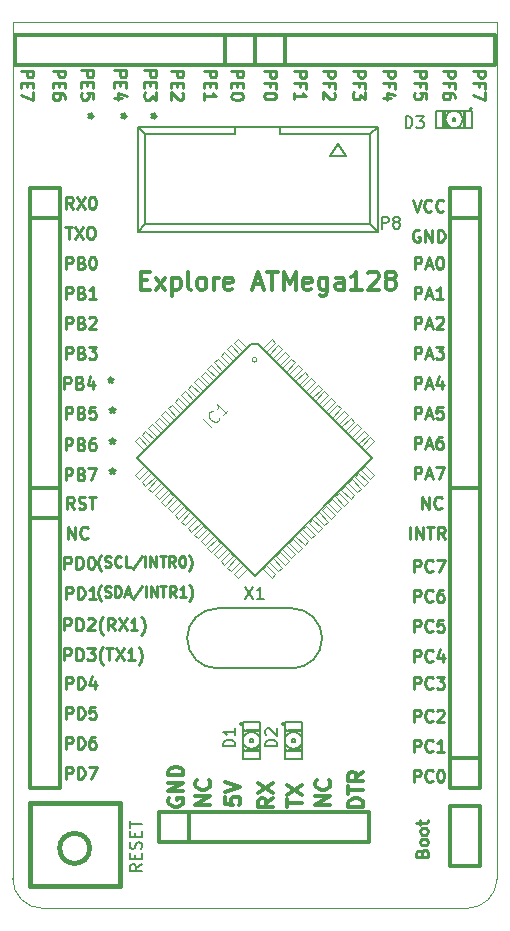
<source format=gbr>
G04 #@! TF.FileFunction,Legend,Top*
%FSLAX46Y46*%
G04 Gerber Fmt 4.6, Leading zero omitted, Abs format (unit mm)*
G04 Created by KiCad (PCBNEW (2015-01-16 BZR 5376)-product) date 7/27/2015 11:16:33 AM*
%MOMM*%
G01*
G04 APERTURE LIST*
%ADD10C,0.150000*%
%ADD11C,0.100000*%
%ADD12C,0.222250*%
%ADD13C,0.300000*%
%ADD14C,0.254000*%
%ADD15C,0.317500*%
%ADD16C,0.066040*%
%ADD17C,0.177800*%
%ADD18C,0.002540*%
%ADD19C,0.381000*%
%ADD20C,0.304800*%
%ADD21C,0.088900*%
%ADD22C,0.203200*%
G04 APERTURE END LIST*
D10*
D11*
X57500000Y-109500000D02*
X57500000Y-37000000D01*
X60000000Y-112000000D02*
X96000000Y-112000000D01*
X98500000Y-109500000D02*
X98500000Y-37000000D01*
X57500000Y-109500000D02*
G75*
G03X60000000Y-112000000I2500000J0D01*
G01*
X96000000Y-112000000D02*
G75*
G03X98500000Y-109500000I0J2500000D01*
G01*
X57500000Y-37000000D02*
X98500000Y-37000000D01*
D12*
X64981667Y-85957833D02*
X64939333Y-85915500D01*
X64854667Y-85788500D01*
X64812333Y-85703833D01*
X64770000Y-85576833D01*
X64727667Y-85365167D01*
X64727667Y-85195833D01*
X64770000Y-84984167D01*
X64812333Y-84857167D01*
X64854667Y-84772500D01*
X64939333Y-84645500D01*
X64981667Y-84603167D01*
X65278000Y-85576833D02*
X65405000Y-85619167D01*
X65616667Y-85619167D01*
X65701334Y-85576833D01*
X65743667Y-85534500D01*
X65786000Y-85449833D01*
X65786000Y-85365167D01*
X65743667Y-85280500D01*
X65701334Y-85238167D01*
X65616667Y-85195833D01*
X65447334Y-85153500D01*
X65362667Y-85111167D01*
X65320334Y-85068833D01*
X65278000Y-84984167D01*
X65278000Y-84899500D01*
X65320334Y-84814833D01*
X65362667Y-84772500D01*
X65447334Y-84730167D01*
X65659000Y-84730167D01*
X65786000Y-84772500D01*
X66167001Y-85619167D02*
X66167001Y-84730167D01*
X66378667Y-84730167D01*
X66505667Y-84772500D01*
X66590334Y-84857167D01*
X66632667Y-84941833D01*
X66675001Y-85111167D01*
X66675001Y-85238167D01*
X66632667Y-85407500D01*
X66590334Y-85492167D01*
X66505667Y-85576833D01*
X66378667Y-85619167D01*
X66167001Y-85619167D01*
X67013667Y-85365167D02*
X67437001Y-85365167D01*
X66929001Y-85619167D02*
X67225334Y-84730167D01*
X67521667Y-85619167D01*
X68453001Y-84687833D02*
X67691001Y-85830833D01*
X68749334Y-85619167D02*
X68749334Y-84730167D01*
X69172667Y-85619167D02*
X69172667Y-84730167D01*
X69680667Y-85619167D01*
X69680667Y-84730167D01*
X69977000Y-84730167D02*
X70485000Y-84730167D01*
X70231000Y-85619167D02*
X70231000Y-84730167D01*
X71289333Y-85619167D02*
X70992999Y-85195833D01*
X70781333Y-85619167D02*
X70781333Y-84730167D01*
X71119999Y-84730167D01*
X71204666Y-84772500D01*
X71246999Y-84814833D01*
X71289333Y-84899500D01*
X71289333Y-85026500D01*
X71246999Y-85111167D01*
X71204666Y-85153500D01*
X71119999Y-85195833D01*
X70781333Y-85195833D01*
X72135999Y-85619167D02*
X71627999Y-85619167D01*
X71881999Y-85619167D02*
X71881999Y-84730167D01*
X71797333Y-84857167D01*
X71712666Y-84941833D01*
X71627999Y-84984167D01*
X72432333Y-85957833D02*
X72474666Y-85915500D01*
X72559333Y-85788500D01*
X72601666Y-85703833D01*
X72644000Y-85576833D01*
X72686333Y-85365167D01*
X72686333Y-85195833D01*
X72644000Y-84984167D01*
X72601666Y-84857167D01*
X72559333Y-84772500D01*
X72474666Y-84645500D01*
X72432333Y-84603167D01*
X65002834Y-83417833D02*
X64960500Y-83375500D01*
X64875834Y-83248500D01*
X64833500Y-83163833D01*
X64791167Y-83036833D01*
X64748834Y-82825167D01*
X64748834Y-82655833D01*
X64791167Y-82444167D01*
X64833500Y-82317167D01*
X64875834Y-82232500D01*
X64960500Y-82105500D01*
X65002834Y-82063167D01*
X65299167Y-83036833D02*
X65426167Y-83079167D01*
X65637834Y-83079167D01*
X65722501Y-83036833D01*
X65764834Y-82994500D01*
X65807167Y-82909833D01*
X65807167Y-82825167D01*
X65764834Y-82740500D01*
X65722501Y-82698167D01*
X65637834Y-82655833D01*
X65468501Y-82613500D01*
X65383834Y-82571167D01*
X65341501Y-82528833D01*
X65299167Y-82444167D01*
X65299167Y-82359500D01*
X65341501Y-82274833D01*
X65383834Y-82232500D01*
X65468501Y-82190167D01*
X65680167Y-82190167D01*
X65807167Y-82232500D01*
X66696168Y-82994500D02*
X66653834Y-83036833D01*
X66526834Y-83079167D01*
X66442168Y-83079167D01*
X66315168Y-83036833D01*
X66230501Y-82952167D01*
X66188168Y-82867500D01*
X66145834Y-82698167D01*
X66145834Y-82571167D01*
X66188168Y-82401833D01*
X66230501Y-82317167D01*
X66315168Y-82232500D01*
X66442168Y-82190167D01*
X66526834Y-82190167D01*
X66653834Y-82232500D01*
X66696168Y-82274833D01*
X67500501Y-83079167D02*
X67077168Y-83079167D01*
X67077168Y-82190167D01*
X68431835Y-82147833D02*
X67669835Y-83290833D01*
X68728168Y-83079167D02*
X68728168Y-82190167D01*
X69151501Y-83079167D02*
X69151501Y-82190167D01*
X69659501Y-83079167D01*
X69659501Y-82190167D01*
X69955834Y-82190167D02*
X70463834Y-82190167D01*
X70209834Y-83079167D02*
X70209834Y-82190167D01*
X71268167Y-83079167D02*
X70971833Y-82655833D01*
X70760167Y-83079167D02*
X70760167Y-82190167D01*
X71098833Y-82190167D01*
X71183500Y-82232500D01*
X71225833Y-82274833D01*
X71268167Y-82359500D01*
X71268167Y-82486500D01*
X71225833Y-82571167D01*
X71183500Y-82613500D01*
X71098833Y-82655833D01*
X70760167Y-82655833D01*
X71818500Y-82190167D02*
X71903167Y-82190167D01*
X71987833Y-82232500D01*
X72030167Y-82274833D01*
X72072500Y-82359500D01*
X72114833Y-82528833D01*
X72114833Y-82740500D01*
X72072500Y-82909833D01*
X72030167Y-82994500D01*
X71987833Y-83036833D01*
X71903167Y-83079167D01*
X71818500Y-83079167D01*
X71733833Y-83036833D01*
X71691500Y-82994500D01*
X71649167Y-82909833D01*
X71606833Y-82740500D01*
X71606833Y-82528833D01*
X71649167Y-82359500D01*
X71691500Y-82274833D01*
X71733833Y-82232500D01*
X71818500Y-82190167D01*
X72411167Y-83417833D02*
X72453500Y-83375500D01*
X72538167Y-83248500D01*
X72580500Y-83163833D01*
X72622834Y-83036833D01*
X72665167Y-82825167D01*
X72665167Y-82655833D01*
X72622834Y-82444167D01*
X72580500Y-82317167D01*
X72538167Y-82232500D01*
X72453500Y-82105500D01*
X72411167Y-82063167D01*
D13*
X74234524Y-103232857D02*
X72964524Y-103232857D01*
X74234524Y-102507143D01*
X72964524Y-102507143D01*
X74113571Y-101176667D02*
X74174048Y-101237143D01*
X74234524Y-101418572D01*
X74234524Y-101539524D01*
X74174048Y-101720952D01*
X74053095Y-101841905D01*
X73932143Y-101902381D01*
X73690238Y-101962857D01*
X73508810Y-101962857D01*
X73266905Y-101902381D01*
X73145952Y-101841905D01*
X73025000Y-101720952D01*
X72964524Y-101539524D01*
X72964524Y-101418572D01*
X73025000Y-101237143D01*
X73085476Y-101176667D01*
X84394524Y-103232857D02*
X83124524Y-103232857D01*
X84394524Y-102507143D01*
X83124524Y-102507143D01*
X84273571Y-101176667D02*
X84334048Y-101237143D01*
X84394524Y-101418572D01*
X84394524Y-101539524D01*
X84334048Y-101720952D01*
X84213095Y-101841905D01*
X84092143Y-101902381D01*
X83850238Y-101962857D01*
X83668810Y-101962857D01*
X83426905Y-101902381D01*
X83305952Y-101841905D01*
X83185000Y-101720952D01*
X83124524Y-101539524D01*
X83124524Y-101418572D01*
X83185000Y-101237143D01*
X83245476Y-101176667D01*
D14*
X92129429Y-107308952D02*
X92177810Y-107163809D01*
X92226190Y-107115428D01*
X92322952Y-107067047D01*
X92468095Y-107067047D01*
X92564857Y-107115428D01*
X92613238Y-107163809D01*
X92661619Y-107260571D01*
X92661619Y-107647618D01*
X91645619Y-107647618D01*
X91645619Y-107308952D01*
X91694000Y-107212190D01*
X91742381Y-107163809D01*
X91839143Y-107115428D01*
X91935905Y-107115428D01*
X92032667Y-107163809D01*
X92081048Y-107212190D01*
X92129429Y-107308952D01*
X92129429Y-107647618D01*
X92661619Y-106486475D02*
X92613238Y-106583237D01*
X92564857Y-106631618D01*
X92468095Y-106679999D01*
X92177810Y-106679999D01*
X92081048Y-106631618D01*
X92032667Y-106583237D01*
X91984286Y-106486475D01*
X91984286Y-106341333D01*
X92032667Y-106244571D01*
X92081048Y-106196190D01*
X92177810Y-106147809D01*
X92468095Y-106147809D01*
X92564857Y-106196190D01*
X92613238Y-106244571D01*
X92661619Y-106341333D01*
X92661619Y-106486475D01*
X92661619Y-105567237D02*
X92613238Y-105663999D01*
X92564857Y-105712380D01*
X92468095Y-105760761D01*
X92177810Y-105760761D01*
X92081048Y-105712380D01*
X92032667Y-105663999D01*
X91984286Y-105567237D01*
X91984286Y-105422095D01*
X92032667Y-105325333D01*
X92081048Y-105276952D01*
X92177810Y-105228571D01*
X92468095Y-105228571D01*
X92564857Y-105276952D01*
X92613238Y-105325333D01*
X92661619Y-105422095D01*
X92661619Y-105567237D01*
X91984286Y-104938285D02*
X91984286Y-104551237D01*
X91645619Y-104793142D02*
X92516476Y-104793142D01*
X92613238Y-104744761D01*
X92661619Y-104647999D01*
X92661619Y-104551237D01*
D13*
X70739000Y-102694619D02*
X70678524Y-102815571D01*
X70678524Y-102997000D01*
X70739000Y-103178428D01*
X70859952Y-103299381D01*
X70980905Y-103359857D01*
X71222810Y-103420333D01*
X71404238Y-103420333D01*
X71646143Y-103359857D01*
X71767095Y-103299381D01*
X71888048Y-103178428D01*
X71948524Y-102997000D01*
X71948524Y-102876048D01*
X71888048Y-102694619D01*
X71827571Y-102634143D01*
X71404238Y-102634143D01*
X71404238Y-102876048D01*
X71948524Y-102089857D02*
X70678524Y-102089857D01*
X71948524Y-101364143D01*
X70678524Y-101364143D01*
X71948524Y-100759381D02*
X70678524Y-100759381D01*
X70678524Y-100457000D01*
X70739000Y-100275572D01*
X70859952Y-100154619D01*
X70980905Y-100094143D01*
X71222810Y-100033667D01*
X71404238Y-100033667D01*
X71646143Y-100094143D01*
X71767095Y-100154619D01*
X71888048Y-100275572D01*
X71948524Y-100457000D01*
X71948524Y-100759381D01*
D15*
X75504524Y-102603904D02*
X75504524Y-103208666D01*
X76109286Y-103269142D01*
X76048810Y-103208666D01*
X75988333Y-103087714D01*
X75988333Y-102785333D01*
X76048810Y-102664380D01*
X76109286Y-102603904D01*
X76230238Y-102543428D01*
X76532619Y-102543428D01*
X76653571Y-102603904D01*
X76714048Y-102664380D01*
X76774524Y-102785333D01*
X76774524Y-103087714D01*
X76714048Y-103208666D01*
X76653571Y-103269142D01*
X75504524Y-102180571D02*
X76774524Y-101757237D01*
X75504524Y-101333904D01*
D13*
X87188524Y-103432428D02*
X85918524Y-103432428D01*
X85918524Y-103130047D01*
X85979000Y-102948619D01*
X86099952Y-102827666D01*
X86220905Y-102767190D01*
X86462810Y-102706714D01*
X86644238Y-102706714D01*
X86886143Y-102767190D01*
X87007095Y-102827666D01*
X87128048Y-102948619D01*
X87188524Y-103130047D01*
X87188524Y-103432428D01*
X85918524Y-102343857D02*
X85918524Y-101618142D01*
X87188524Y-101980999D02*
X85918524Y-101980999D01*
X87188524Y-100469095D02*
X86583762Y-100892428D01*
X87188524Y-101194809D02*
X85918524Y-101194809D01*
X85918524Y-100711000D01*
X85979000Y-100590047D01*
X86039476Y-100529571D01*
X86160429Y-100469095D01*
X86341857Y-100469095D01*
X86462810Y-100529571D01*
X86523286Y-100590047D01*
X86583762Y-100711000D01*
X86583762Y-101194809D01*
X80711524Y-103456619D02*
X80711524Y-102730904D01*
X81981524Y-103093761D02*
X80711524Y-103093761D01*
X80711524Y-102428523D02*
X81981524Y-101581857D01*
X80711524Y-101581857D02*
X81981524Y-102428523D01*
X79568524Y-102700667D02*
X78963762Y-103124000D01*
X79568524Y-103426381D02*
X78298524Y-103426381D01*
X78298524Y-102942572D01*
X78359000Y-102821619D01*
X78419476Y-102761143D01*
X78540429Y-102700667D01*
X78721857Y-102700667D01*
X78842810Y-102761143D01*
X78903286Y-102821619D01*
X78963762Y-102942572D01*
X78963762Y-103426381D01*
X78298524Y-102277333D02*
X79568524Y-101430667D01*
X78298524Y-101430667D02*
X79568524Y-102277333D01*
X68380428Y-58819143D02*
X68888428Y-58819143D01*
X69106142Y-59617429D02*
X68380428Y-59617429D01*
X68380428Y-58093429D01*
X69106142Y-58093429D01*
X69614142Y-59617429D02*
X70412428Y-58601429D01*
X69614142Y-58601429D02*
X70412428Y-59617429D01*
X70992999Y-58601429D02*
X70992999Y-60125429D01*
X70992999Y-58674000D02*
X71138142Y-58601429D01*
X71428428Y-58601429D01*
X71573571Y-58674000D01*
X71646142Y-58746571D01*
X71718713Y-58891714D01*
X71718713Y-59327143D01*
X71646142Y-59472286D01*
X71573571Y-59544857D01*
X71428428Y-59617429D01*
X71138142Y-59617429D01*
X70992999Y-59544857D01*
X72589570Y-59617429D02*
X72444428Y-59544857D01*
X72371856Y-59399714D01*
X72371856Y-58093429D01*
X73387856Y-59617429D02*
X73242714Y-59544857D01*
X73170142Y-59472286D01*
X73097571Y-59327143D01*
X73097571Y-58891714D01*
X73170142Y-58746571D01*
X73242714Y-58674000D01*
X73387856Y-58601429D01*
X73605571Y-58601429D01*
X73750714Y-58674000D01*
X73823285Y-58746571D01*
X73895856Y-58891714D01*
X73895856Y-59327143D01*
X73823285Y-59472286D01*
X73750714Y-59544857D01*
X73605571Y-59617429D01*
X73387856Y-59617429D01*
X74548999Y-59617429D02*
X74548999Y-58601429D01*
X74548999Y-58891714D02*
X74621571Y-58746571D01*
X74694142Y-58674000D01*
X74839285Y-58601429D01*
X74984428Y-58601429D01*
X76073000Y-59544857D02*
X75927857Y-59617429D01*
X75637571Y-59617429D01*
X75492428Y-59544857D01*
X75419857Y-59399714D01*
X75419857Y-58819143D01*
X75492428Y-58674000D01*
X75637571Y-58601429D01*
X75927857Y-58601429D01*
X76073000Y-58674000D01*
X76145571Y-58819143D01*
X76145571Y-58964286D01*
X75419857Y-59109429D01*
X77887286Y-59182000D02*
X78613000Y-59182000D01*
X77742143Y-59617429D02*
X78250143Y-58093429D01*
X78758143Y-59617429D01*
X79048429Y-58093429D02*
X79919286Y-58093429D01*
X79483857Y-59617429D02*
X79483857Y-58093429D01*
X80427286Y-59617429D02*
X80427286Y-58093429D01*
X80935286Y-59182000D01*
X81443286Y-58093429D01*
X81443286Y-59617429D01*
X82749572Y-59544857D02*
X82604429Y-59617429D01*
X82314143Y-59617429D01*
X82169000Y-59544857D01*
X82096429Y-59399714D01*
X82096429Y-58819143D01*
X82169000Y-58674000D01*
X82314143Y-58601429D01*
X82604429Y-58601429D01*
X82749572Y-58674000D01*
X82822143Y-58819143D01*
X82822143Y-58964286D01*
X82096429Y-59109429D01*
X84128429Y-58601429D02*
X84128429Y-59835143D01*
X84055858Y-59980286D01*
X83983286Y-60052857D01*
X83838143Y-60125429D01*
X83620429Y-60125429D01*
X83475286Y-60052857D01*
X84128429Y-59544857D02*
X83983286Y-59617429D01*
X83693000Y-59617429D01*
X83547858Y-59544857D01*
X83475286Y-59472286D01*
X83402715Y-59327143D01*
X83402715Y-58891714D01*
X83475286Y-58746571D01*
X83547858Y-58674000D01*
X83693000Y-58601429D01*
X83983286Y-58601429D01*
X84128429Y-58674000D01*
X85507286Y-59617429D02*
X85507286Y-58819143D01*
X85434715Y-58674000D01*
X85289572Y-58601429D01*
X84999286Y-58601429D01*
X84854143Y-58674000D01*
X85507286Y-59544857D02*
X85362143Y-59617429D01*
X84999286Y-59617429D01*
X84854143Y-59544857D01*
X84781572Y-59399714D01*
X84781572Y-59254571D01*
X84854143Y-59109429D01*
X84999286Y-59036857D01*
X85362143Y-59036857D01*
X85507286Y-58964286D01*
X87031286Y-59617429D02*
X86160429Y-59617429D01*
X86595857Y-59617429D02*
X86595857Y-58093429D01*
X86450714Y-58311143D01*
X86305572Y-58456286D01*
X86160429Y-58528857D01*
X87611858Y-58238571D02*
X87684429Y-58166000D01*
X87829572Y-58093429D01*
X88192429Y-58093429D01*
X88337572Y-58166000D01*
X88410143Y-58238571D01*
X88482715Y-58383714D01*
X88482715Y-58528857D01*
X88410143Y-58746571D01*
X87539286Y-59617429D01*
X88482715Y-59617429D01*
X89353572Y-58746571D02*
X89208430Y-58674000D01*
X89135858Y-58601429D01*
X89063287Y-58456286D01*
X89063287Y-58383714D01*
X89135858Y-58238571D01*
X89208430Y-58166000D01*
X89353572Y-58093429D01*
X89643858Y-58093429D01*
X89789001Y-58166000D01*
X89861572Y-58238571D01*
X89934144Y-58383714D01*
X89934144Y-58456286D01*
X89861572Y-58601429D01*
X89789001Y-58674000D01*
X89643858Y-58746571D01*
X89353572Y-58746571D01*
X89208430Y-58819143D01*
X89135858Y-58891714D01*
X89063287Y-59036857D01*
X89063287Y-59327143D01*
X89135858Y-59472286D01*
X89208430Y-59544857D01*
X89353572Y-59617429D01*
X89643858Y-59617429D01*
X89789001Y-59544857D01*
X89861572Y-59472286D01*
X89934144Y-59327143D01*
X89934144Y-59036857D01*
X89861572Y-58891714D01*
X89789001Y-58819143D01*
X89643858Y-58746571D01*
D14*
X91935905Y-54610000D02*
X91839143Y-54561619D01*
X91694000Y-54561619D01*
X91548858Y-54610000D01*
X91452096Y-54706762D01*
X91403715Y-54803524D01*
X91355334Y-54997048D01*
X91355334Y-55142190D01*
X91403715Y-55335714D01*
X91452096Y-55432476D01*
X91548858Y-55529238D01*
X91694000Y-55577619D01*
X91790762Y-55577619D01*
X91935905Y-55529238D01*
X91984286Y-55480857D01*
X91984286Y-55142190D01*
X91790762Y-55142190D01*
X92419715Y-55577619D02*
X92419715Y-54561619D01*
X93000286Y-55577619D01*
X93000286Y-54561619D01*
X93484096Y-55577619D02*
X93484096Y-54561619D01*
X93726001Y-54561619D01*
X93871143Y-54610000D01*
X93967905Y-54706762D01*
X94016286Y-54803524D01*
X94064667Y-54997048D01*
X94064667Y-55142190D01*
X94016286Y-55335714D01*
X93967905Y-55432476D01*
X93871143Y-55529238D01*
X93726001Y-55577619D01*
X93484096Y-55577619D01*
X91355334Y-52021619D02*
X91694001Y-53037619D01*
X92032667Y-52021619D01*
X92951905Y-52940857D02*
X92903524Y-52989238D01*
X92758381Y-53037619D01*
X92661619Y-53037619D01*
X92516477Y-52989238D01*
X92419715Y-52892476D01*
X92371334Y-52795714D01*
X92322953Y-52602190D01*
X92322953Y-52457048D01*
X92371334Y-52263524D01*
X92419715Y-52166762D01*
X92516477Y-52070000D01*
X92661619Y-52021619D01*
X92758381Y-52021619D01*
X92903524Y-52070000D01*
X92951905Y-52118381D01*
X93967905Y-52940857D02*
X93919524Y-52989238D01*
X93774381Y-53037619D01*
X93677619Y-53037619D01*
X93532477Y-52989238D01*
X93435715Y-52892476D01*
X93387334Y-52795714D01*
X93338953Y-52602190D01*
X93338953Y-52457048D01*
X93387334Y-52263524D01*
X93435715Y-52166762D01*
X93532477Y-52070000D01*
X93677619Y-52021619D01*
X93774381Y-52021619D01*
X93919524Y-52070000D01*
X93967905Y-52118381D01*
X61939715Y-54307619D02*
X62520286Y-54307619D01*
X62230001Y-55323619D02*
X62230001Y-54307619D01*
X62762191Y-54307619D02*
X63439524Y-55323619D01*
X63439524Y-54307619D02*
X62762191Y-55323619D01*
X64020096Y-54307619D02*
X64213619Y-54307619D01*
X64310381Y-54356000D01*
X64407143Y-54452762D01*
X64455524Y-54646286D01*
X64455524Y-54984952D01*
X64407143Y-55178476D01*
X64310381Y-55275238D01*
X64213619Y-55323619D01*
X64020096Y-55323619D01*
X63923334Y-55275238D01*
X63826572Y-55178476D01*
X63778191Y-54984952D01*
X63778191Y-54646286D01*
X63826572Y-54452762D01*
X63923334Y-54356000D01*
X64020096Y-54307619D01*
X62592857Y-52783619D02*
X62254191Y-52299810D01*
X62012286Y-52783619D02*
X62012286Y-51767619D01*
X62399333Y-51767619D01*
X62496095Y-51816000D01*
X62544476Y-51864381D01*
X62592857Y-51961143D01*
X62592857Y-52106286D01*
X62544476Y-52203048D01*
X62496095Y-52251429D01*
X62399333Y-52299810D01*
X62012286Y-52299810D01*
X62931524Y-51767619D02*
X63608857Y-52783619D01*
X63608857Y-51767619D02*
X62931524Y-52783619D01*
X64189429Y-51767619D02*
X64286190Y-51767619D01*
X64382952Y-51816000D01*
X64431333Y-51864381D01*
X64479714Y-51961143D01*
X64528095Y-52154667D01*
X64528095Y-52396571D01*
X64479714Y-52590095D01*
X64431333Y-52686857D01*
X64382952Y-52735238D01*
X64286190Y-52783619D01*
X64189429Y-52783619D01*
X64092667Y-52735238D01*
X64044286Y-52686857D01*
X63995905Y-52590095D01*
X63947524Y-52396571D01*
X63947524Y-52154667D01*
X63995905Y-51961143D01*
X64044286Y-51864381D01*
X64092667Y-51816000D01*
X64189429Y-51767619D01*
X91155762Y-80723619D02*
X91155762Y-79707619D01*
X91639572Y-80723619D02*
X91639572Y-79707619D01*
X92220143Y-80723619D01*
X92220143Y-79707619D01*
X92558810Y-79707619D02*
X93139381Y-79707619D01*
X92849096Y-80723619D02*
X92849096Y-79707619D01*
X94058619Y-80723619D02*
X93719953Y-80239810D01*
X93478048Y-80723619D02*
X93478048Y-79707619D01*
X93865095Y-79707619D01*
X93961857Y-79756000D01*
X94010238Y-79804381D01*
X94058619Y-79901143D01*
X94058619Y-80046286D01*
X94010238Y-80143048D01*
X93961857Y-80191429D01*
X93865095Y-80239810D01*
X93478048Y-80239810D01*
X92165715Y-78183619D02*
X92165715Y-77167619D01*
X92746286Y-78183619D01*
X92746286Y-77167619D01*
X93810667Y-78086857D02*
X93762286Y-78135238D01*
X93617143Y-78183619D01*
X93520381Y-78183619D01*
X93375239Y-78135238D01*
X93278477Y-78038476D01*
X93230096Y-77941714D01*
X93181715Y-77748190D01*
X93181715Y-77603048D01*
X93230096Y-77409524D01*
X93278477Y-77312762D01*
X93375239Y-77216000D01*
X93520381Y-77167619D01*
X93617143Y-77167619D01*
X93762286Y-77216000D01*
X93810667Y-77264381D01*
X62193715Y-80723619D02*
X62193715Y-79707619D01*
X62774286Y-80723619D01*
X62774286Y-79707619D01*
X63838667Y-80626857D02*
X63790286Y-80675238D01*
X63645143Y-80723619D01*
X63548381Y-80723619D01*
X63403239Y-80675238D01*
X63306477Y-80578476D01*
X63258096Y-80481714D01*
X63209715Y-80288190D01*
X63209715Y-80143048D01*
X63258096Y-79949524D01*
X63306477Y-79852762D01*
X63403239Y-79756000D01*
X63548381Y-79707619D01*
X63645143Y-79707619D01*
X63790286Y-79756000D01*
X63838667Y-79804381D01*
X62689619Y-78183619D02*
X62350953Y-77699810D01*
X62109048Y-78183619D02*
X62109048Y-77167619D01*
X62496095Y-77167619D01*
X62592857Y-77216000D01*
X62641238Y-77264381D01*
X62689619Y-77361143D01*
X62689619Y-77506286D01*
X62641238Y-77603048D01*
X62592857Y-77651429D01*
X62496095Y-77699810D01*
X62109048Y-77699810D01*
X63076667Y-78135238D02*
X63221810Y-78183619D01*
X63463714Y-78183619D01*
X63560476Y-78135238D01*
X63608857Y-78086857D01*
X63657238Y-77990095D01*
X63657238Y-77893333D01*
X63608857Y-77796571D01*
X63560476Y-77748190D01*
X63463714Y-77699810D01*
X63270191Y-77651429D01*
X63173429Y-77603048D01*
X63125048Y-77554667D01*
X63076667Y-77457905D01*
X63076667Y-77361143D01*
X63125048Y-77264381D01*
X63173429Y-77216000D01*
X63270191Y-77167619D01*
X63512095Y-77167619D01*
X63657238Y-77216000D01*
X63947524Y-77167619D02*
X64528095Y-77167619D01*
X64237810Y-78183619D02*
X64237810Y-77167619D01*
X91452096Y-83517619D02*
X91452096Y-82501619D01*
X91839143Y-82501619D01*
X91935905Y-82550000D01*
X91984286Y-82598381D01*
X92032667Y-82695143D01*
X92032667Y-82840286D01*
X91984286Y-82937048D01*
X91935905Y-82985429D01*
X91839143Y-83033810D01*
X91452096Y-83033810D01*
X93048667Y-83420857D02*
X93000286Y-83469238D01*
X92855143Y-83517619D01*
X92758381Y-83517619D01*
X92613239Y-83469238D01*
X92516477Y-83372476D01*
X92468096Y-83275714D01*
X92419715Y-83082190D01*
X92419715Y-82937048D01*
X92468096Y-82743524D01*
X92516477Y-82646762D01*
X92613239Y-82550000D01*
X92758381Y-82501619D01*
X92855143Y-82501619D01*
X93000286Y-82550000D01*
X93048667Y-82598381D01*
X93387334Y-82501619D02*
X94064667Y-82501619D01*
X93629239Y-83517619D01*
X91452096Y-86057619D02*
X91452096Y-85041619D01*
X91839143Y-85041619D01*
X91935905Y-85090000D01*
X91984286Y-85138381D01*
X92032667Y-85235143D01*
X92032667Y-85380286D01*
X91984286Y-85477048D01*
X91935905Y-85525429D01*
X91839143Y-85573810D01*
X91452096Y-85573810D01*
X93048667Y-85960857D02*
X93000286Y-86009238D01*
X92855143Y-86057619D01*
X92758381Y-86057619D01*
X92613239Y-86009238D01*
X92516477Y-85912476D01*
X92468096Y-85815714D01*
X92419715Y-85622190D01*
X92419715Y-85477048D01*
X92468096Y-85283524D01*
X92516477Y-85186762D01*
X92613239Y-85090000D01*
X92758381Y-85041619D01*
X92855143Y-85041619D01*
X93000286Y-85090000D01*
X93048667Y-85138381D01*
X93919524Y-85041619D02*
X93726001Y-85041619D01*
X93629239Y-85090000D01*
X93580858Y-85138381D01*
X93484096Y-85283524D01*
X93435715Y-85477048D01*
X93435715Y-85864095D01*
X93484096Y-85960857D01*
X93532477Y-86009238D01*
X93629239Y-86057619D01*
X93822762Y-86057619D01*
X93919524Y-86009238D01*
X93967905Y-85960857D01*
X94016286Y-85864095D01*
X94016286Y-85622190D01*
X93967905Y-85525429D01*
X93919524Y-85477048D01*
X93822762Y-85428667D01*
X93629239Y-85428667D01*
X93532477Y-85477048D01*
X93484096Y-85525429D01*
X93435715Y-85622190D01*
X91452096Y-88597619D02*
X91452096Y-87581619D01*
X91839143Y-87581619D01*
X91935905Y-87630000D01*
X91984286Y-87678381D01*
X92032667Y-87775143D01*
X92032667Y-87920286D01*
X91984286Y-88017048D01*
X91935905Y-88065429D01*
X91839143Y-88113810D01*
X91452096Y-88113810D01*
X93048667Y-88500857D02*
X93000286Y-88549238D01*
X92855143Y-88597619D01*
X92758381Y-88597619D01*
X92613239Y-88549238D01*
X92516477Y-88452476D01*
X92468096Y-88355714D01*
X92419715Y-88162190D01*
X92419715Y-88017048D01*
X92468096Y-87823524D01*
X92516477Y-87726762D01*
X92613239Y-87630000D01*
X92758381Y-87581619D01*
X92855143Y-87581619D01*
X93000286Y-87630000D01*
X93048667Y-87678381D01*
X93967905Y-87581619D02*
X93484096Y-87581619D01*
X93435715Y-88065429D01*
X93484096Y-88017048D01*
X93580858Y-87968667D01*
X93822762Y-87968667D01*
X93919524Y-88017048D01*
X93967905Y-88065429D01*
X94016286Y-88162190D01*
X94016286Y-88404095D01*
X93967905Y-88500857D01*
X93919524Y-88549238D01*
X93822762Y-88597619D01*
X93580858Y-88597619D01*
X93484096Y-88549238D01*
X93435715Y-88500857D01*
X91452096Y-91137619D02*
X91452096Y-90121619D01*
X91839143Y-90121619D01*
X91935905Y-90170000D01*
X91984286Y-90218381D01*
X92032667Y-90315143D01*
X92032667Y-90460286D01*
X91984286Y-90557048D01*
X91935905Y-90605429D01*
X91839143Y-90653810D01*
X91452096Y-90653810D01*
X93048667Y-91040857D02*
X93000286Y-91089238D01*
X92855143Y-91137619D01*
X92758381Y-91137619D01*
X92613239Y-91089238D01*
X92516477Y-90992476D01*
X92468096Y-90895714D01*
X92419715Y-90702190D01*
X92419715Y-90557048D01*
X92468096Y-90363524D01*
X92516477Y-90266762D01*
X92613239Y-90170000D01*
X92758381Y-90121619D01*
X92855143Y-90121619D01*
X93000286Y-90170000D01*
X93048667Y-90218381D01*
X93919524Y-90460286D02*
X93919524Y-91137619D01*
X93677620Y-90073238D02*
X93435715Y-90798952D01*
X94064667Y-90798952D01*
X91452096Y-93423619D02*
X91452096Y-92407619D01*
X91839143Y-92407619D01*
X91935905Y-92456000D01*
X91984286Y-92504381D01*
X92032667Y-92601143D01*
X92032667Y-92746286D01*
X91984286Y-92843048D01*
X91935905Y-92891429D01*
X91839143Y-92939810D01*
X91452096Y-92939810D01*
X93048667Y-93326857D02*
X93000286Y-93375238D01*
X92855143Y-93423619D01*
X92758381Y-93423619D01*
X92613239Y-93375238D01*
X92516477Y-93278476D01*
X92468096Y-93181714D01*
X92419715Y-92988190D01*
X92419715Y-92843048D01*
X92468096Y-92649524D01*
X92516477Y-92552762D01*
X92613239Y-92456000D01*
X92758381Y-92407619D01*
X92855143Y-92407619D01*
X93000286Y-92456000D01*
X93048667Y-92504381D01*
X93387334Y-92407619D02*
X94016286Y-92407619D01*
X93677620Y-92794667D01*
X93822762Y-92794667D01*
X93919524Y-92843048D01*
X93967905Y-92891429D01*
X94016286Y-92988190D01*
X94016286Y-93230095D01*
X93967905Y-93326857D01*
X93919524Y-93375238D01*
X93822762Y-93423619D01*
X93532477Y-93423619D01*
X93435715Y-93375238D01*
X93387334Y-93326857D01*
X91452096Y-96217619D02*
X91452096Y-95201619D01*
X91839143Y-95201619D01*
X91935905Y-95250000D01*
X91984286Y-95298381D01*
X92032667Y-95395143D01*
X92032667Y-95540286D01*
X91984286Y-95637048D01*
X91935905Y-95685429D01*
X91839143Y-95733810D01*
X91452096Y-95733810D01*
X93048667Y-96120857D02*
X93000286Y-96169238D01*
X92855143Y-96217619D01*
X92758381Y-96217619D01*
X92613239Y-96169238D01*
X92516477Y-96072476D01*
X92468096Y-95975714D01*
X92419715Y-95782190D01*
X92419715Y-95637048D01*
X92468096Y-95443524D01*
X92516477Y-95346762D01*
X92613239Y-95250000D01*
X92758381Y-95201619D01*
X92855143Y-95201619D01*
X93000286Y-95250000D01*
X93048667Y-95298381D01*
X93435715Y-95298381D02*
X93484096Y-95250000D01*
X93580858Y-95201619D01*
X93822762Y-95201619D01*
X93919524Y-95250000D01*
X93967905Y-95298381D01*
X94016286Y-95395143D01*
X94016286Y-95491905D01*
X93967905Y-95637048D01*
X93387334Y-96217619D01*
X94016286Y-96217619D01*
X91452096Y-98757619D02*
X91452096Y-97741619D01*
X91839143Y-97741619D01*
X91935905Y-97790000D01*
X91984286Y-97838381D01*
X92032667Y-97935143D01*
X92032667Y-98080286D01*
X91984286Y-98177048D01*
X91935905Y-98225429D01*
X91839143Y-98273810D01*
X91452096Y-98273810D01*
X93048667Y-98660857D02*
X93000286Y-98709238D01*
X92855143Y-98757619D01*
X92758381Y-98757619D01*
X92613239Y-98709238D01*
X92516477Y-98612476D01*
X92468096Y-98515714D01*
X92419715Y-98322190D01*
X92419715Y-98177048D01*
X92468096Y-97983524D01*
X92516477Y-97886762D01*
X92613239Y-97790000D01*
X92758381Y-97741619D01*
X92855143Y-97741619D01*
X93000286Y-97790000D01*
X93048667Y-97838381D01*
X94016286Y-98757619D02*
X93435715Y-98757619D01*
X93726001Y-98757619D02*
X93726001Y-97741619D01*
X93629239Y-97886762D01*
X93532477Y-97983524D01*
X93435715Y-98031905D01*
X91452096Y-101297619D02*
X91452096Y-100281619D01*
X91839143Y-100281619D01*
X91935905Y-100330000D01*
X91984286Y-100378381D01*
X92032667Y-100475143D01*
X92032667Y-100620286D01*
X91984286Y-100717048D01*
X91935905Y-100765429D01*
X91839143Y-100813810D01*
X91452096Y-100813810D01*
X93048667Y-101200857D02*
X93000286Y-101249238D01*
X92855143Y-101297619D01*
X92758381Y-101297619D01*
X92613239Y-101249238D01*
X92516477Y-101152476D01*
X92468096Y-101055714D01*
X92419715Y-100862190D01*
X92419715Y-100717048D01*
X92468096Y-100523524D01*
X92516477Y-100426762D01*
X92613239Y-100330000D01*
X92758381Y-100281619D01*
X92855143Y-100281619D01*
X93000286Y-100330000D01*
X93048667Y-100378381D01*
X93677620Y-100281619D02*
X93774381Y-100281619D01*
X93871143Y-100330000D01*
X93919524Y-100378381D01*
X93967905Y-100475143D01*
X94016286Y-100668667D01*
X94016286Y-100910571D01*
X93967905Y-101104095D01*
X93919524Y-101200857D01*
X93871143Y-101249238D01*
X93774381Y-101297619D01*
X93677620Y-101297619D01*
X93580858Y-101249238D01*
X93532477Y-101200857D01*
X93484096Y-101104095D01*
X93435715Y-100910571D01*
X93435715Y-100668667D01*
X93484096Y-100475143D01*
X93532477Y-100378381D01*
X93580858Y-100330000D01*
X93677620Y-100281619D01*
X91524667Y-75643619D02*
X91524667Y-74627619D01*
X91911714Y-74627619D01*
X92008476Y-74676000D01*
X92056857Y-74724381D01*
X92105238Y-74821143D01*
X92105238Y-74966286D01*
X92056857Y-75063048D01*
X92008476Y-75111429D01*
X91911714Y-75159810D01*
X91524667Y-75159810D01*
X92492286Y-75353333D02*
X92976095Y-75353333D01*
X92395524Y-75643619D02*
X92734191Y-74627619D01*
X93072857Y-75643619D01*
X93314762Y-74627619D02*
X93992095Y-74627619D01*
X93556667Y-75643619D01*
X91524667Y-73103619D02*
X91524667Y-72087619D01*
X91911714Y-72087619D01*
X92008476Y-72136000D01*
X92056857Y-72184381D01*
X92105238Y-72281143D01*
X92105238Y-72426286D01*
X92056857Y-72523048D01*
X92008476Y-72571429D01*
X91911714Y-72619810D01*
X91524667Y-72619810D01*
X92492286Y-72813333D02*
X92976095Y-72813333D01*
X92395524Y-73103619D02*
X92734191Y-72087619D01*
X93072857Y-73103619D01*
X93846952Y-72087619D02*
X93653429Y-72087619D01*
X93556667Y-72136000D01*
X93508286Y-72184381D01*
X93411524Y-72329524D01*
X93363143Y-72523048D01*
X93363143Y-72910095D01*
X93411524Y-73006857D01*
X93459905Y-73055238D01*
X93556667Y-73103619D01*
X93750190Y-73103619D01*
X93846952Y-73055238D01*
X93895333Y-73006857D01*
X93943714Y-72910095D01*
X93943714Y-72668190D01*
X93895333Y-72571429D01*
X93846952Y-72523048D01*
X93750190Y-72474667D01*
X93556667Y-72474667D01*
X93459905Y-72523048D01*
X93411524Y-72571429D01*
X93363143Y-72668190D01*
X91524667Y-70563619D02*
X91524667Y-69547619D01*
X91911714Y-69547619D01*
X92008476Y-69596000D01*
X92056857Y-69644381D01*
X92105238Y-69741143D01*
X92105238Y-69886286D01*
X92056857Y-69983048D01*
X92008476Y-70031429D01*
X91911714Y-70079810D01*
X91524667Y-70079810D01*
X92492286Y-70273333D02*
X92976095Y-70273333D01*
X92395524Y-70563619D02*
X92734191Y-69547619D01*
X93072857Y-70563619D01*
X93895333Y-69547619D02*
X93411524Y-69547619D01*
X93363143Y-70031429D01*
X93411524Y-69983048D01*
X93508286Y-69934667D01*
X93750190Y-69934667D01*
X93846952Y-69983048D01*
X93895333Y-70031429D01*
X93943714Y-70128190D01*
X93943714Y-70370095D01*
X93895333Y-70466857D01*
X93846952Y-70515238D01*
X93750190Y-70563619D01*
X93508286Y-70563619D01*
X93411524Y-70515238D01*
X93363143Y-70466857D01*
X91524667Y-68023619D02*
X91524667Y-67007619D01*
X91911714Y-67007619D01*
X92008476Y-67056000D01*
X92056857Y-67104381D01*
X92105238Y-67201143D01*
X92105238Y-67346286D01*
X92056857Y-67443048D01*
X92008476Y-67491429D01*
X91911714Y-67539810D01*
X91524667Y-67539810D01*
X92492286Y-67733333D02*
X92976095Y-67733333D01*
X92395524Y-68023619D02*
X92734191Y-67007619D01*
X93072857Y-68023619D01*
X93846952Y-67346286D02*
X93846952Y-68023619D01*
X93605048Y-66959238D02*
X93363143Y-67684952D01*
X93992095Y-67684952D01*
X91524667Y-65483619D02*
X91524667Y-64467619D01*
X91911714Y-64467619D01*
X92008476Y-64516000D01*
X92056857Y-64564381D01*
X92105238Y-64661143D01*
X92105238Y-64806286D01*
X92056857Y-64903048D01*
X92008476Y-64951429D01*
X91911714Y-64999810D01*
X91524667Y-64999810D01*
X92492286Y-65193333D02*
X92976095Y-65193333D01*
X92395524Y-65483619D02*
X92734191Y-64467619D01*
X93072857Y-65483619D01*
X93314762Y-64467619D02*
X93943714Y-64467619D01*
X93605048Y-64854667D01*
X93750190Y-64854667D01*
X93846952Y-64903048D01*
X93895333Y-64951429D01*
X93943714Y-65048190D01*
X93943714Y-65290095D01*
X93895333Y-65386857D01*
X93846952Y-65435238D01*
X93750190Y-65483619D01*
X93459905Y-65483619D01*
X93363143Y-65435238D01*
X93314762Y-65386857D01*
X91524667Y-62943619D02*
X91524667Y-61927619D01*
X91911714Y-61927619D01*
X92008476Y-61976000D01*
X92056857Y-62024381D01*
X92105238Y-62121143D01*
X92105238Y-62266286D01*
X92056857Y-62363048D01*
X92008476Y-62411429D01*
X91911714Y-62459810D01*
X91524667Y-62459810D01*
X92492286Y-62653333D02*
X92976095Y-62653333D01*
X92395524Y-62943619D02*
X92734191Y-61927619D01*
X93072857Y-62943619D01*
X93363143Y-62024381D02*
X93411524Y-61976000D01*
X93508286Y-61927619D01*
X93750190Y-61927619D01*
X93846952Y-61976000D01*
X93895333Y-62024381D01*
X93943714Y-62121143D01*
X93943714Y-62217905D01*
X93895333Y-62363048D01*
X93314762Y-62943619D01*
X93943714Y-62943619D01*
X91524667Y-60403619D02*
X91524667Y-59387619D01*
X91911714Y-59387619D01*
X92008476Y-59436000D01*
X92056857Y-59484381D01*
X92105238Y-59581143D01*
X92105238Y-59726286D01*
X92056857Y-59823048D01*
X92008476Y-59871429D01*
X91911714Y-59919810D01*
X91524667Y-59919810D01*
X92492286Y-60113333D02*
X92976095Y-60113333D01*
X92395524Y-60403619D02*
X92734191Y-59387619D01*
X93072857Y-60403619D01*
X93943714Y-60403619D02*
X93363143Y-60403619D01*
X93653429Y-60403619D02*
X93653429Y-59387619D01*
X93556667Y-59532762D01*
X93459905Y-59629524D01*
X93363143Y-59677905D01*
X91524667Y-57863619D02*
X91524667Y-56847619D01*
X91911714Y-56847619D01*
X92008476Y-56896000D01*
X92056857Y-56944381D01*
X92105238Y-57041143D01*
X92105238Y-57186286D01*
X92056857Y-57283048D01*
X92008476Y-57331429D01*
X91911714Y-57379810D01*
X91524667Y-57379810D01*
X92492286Y-57573333D02*
X92976095Y-57573333D01*
X92395524Y-57863619D02*
X92734191Y-56847619D01*
X93072857Y-57863619D01*
X93605048Y-56847619D02*
X93701809Y-56847619D01*
X93798571Y-56896000D01*
X93846952Y-56944381D01*
X93895333Y-57041143D01*
X93943714Y-57234667D01*
X93943714Y-57476571D01*
X93895333Y-57670095D01*
X93846952Y-57766857D01*
X93798571Y-57815238D01*
X93701809Y-57863619D01*
X93605048Y-57863619D01*
X93508286Y-57815238D01*
X93459905Y-57766857D01*
X93411524Y-57670095D01*
X93363143Y-57476571D01*
X93363143Y-57234667D01*
X93411524Y-57041143D01*
X93459905Y-56944381D01*
X93508286Y-56896000D01*
X93605048Y-56847619D01*
X61988096Y-101043619D02*
X61988096Y-100027619D01*
X62375143Y-100027619D01*
X62471905Y-100076000D01*
X62520286Y-100124381D01*
X62568667Y-100221143D01*
X62568667Y-100366286D01*
X62520286Y-100463048D01*
X62471905Y-100511429D01*
X62375143Y-100559810D01*
X61988096Y-100559810D01*
X63004096Y-101043619D02*
X63004096Y-100027619D01*
X63246001Y-100027619D01*
X63391143Y-100076000D01*
X63487905Y-100172762D01*
X63536286Y-100269524D01*
X63584667Y-100463048D01*
X63584667Y-100608190D01*
X63536286Y-100801714D01*
X63487905Y-100898476D01*
X63391143Y-100995238D01*
X63246001Y-101043619D01*
X63004096Y-101043619D01*
X63923334Y-100027619D02*
X64600667Y-100027619D01*
X64165239Y-101043619D01*
X61988096Y-98503619D02*
X61988096Y-97487619D01*
X62375143Y-97487619D01*
X62471905Y-97536000D01*
X62520286Y-97584381D01*
X62568667Y-97681143D01*
X62568667Y-97826286D01*
X62520286Y-97923048D01*
X62471905Y-97971429D01*
X62375143Y-98019810D01*
X61988096Y-98019810D01*
X63004096Y-98503619D02*
X63004096Y-97487619D01*
X63246001Y-97487619D01*
X63391143Y-97536000D01*
X63487905Y-97632762D01*
X63536286Y-97729524D01*
X63584667Y-97923048D01*
X63584667Y-98068190D01*
X63536286Y-98261714D01*
X63487905Y-98358476D01*
X63391143Y-98455238D01*
X63246001Y-98503619D01*
X63004096Y-98503619D01*
X64455524Y-97487619D02*
X64262001Y-97487619D01*
X64165239Y-97536000D01*
X64116858Y-97584381D01*
X64020096Y-97729524D01*
X63971715Y-97923048D01*
X63971715Y-98310095D01*
X64020096Y-98406857D01*
X64068477Y-98455238D01*
X64165239Y-98503619D01*
X64358762Y-98503619D01*
X64455524Y-98455238D01*
X64503905Y-98406857D01*
X64552286Y-98310095D01*
X64552286Y-98068190D01*
X64503905Y-97971429D01*
X64455524Y-97923048D01*
X64358762Y-97874667D01*
X64165239Y-97874667D01*
X64068477Y-97923048D01*
X64020096Y-97971429D01*
X63971715Y-98068190D01*
X61988096Y-95963619D02*
X61988096Y-94947619D01*
X62375143Y-94947619D01*
X62471905Y-94996000D01*
X62520286Y-95044381D01*
X62568667Y-95141143D01*
X62568667Y-95286286D01*
X62520286Y-95383048D01*
X62471905Y-95431429D01*
X62375143Y-95479810D01*
X61988096Y-95479810D01*
X63004096Y-95963619D02*
X63004096Y-94947619D01*
X63246001Y-94947619D01*
X63391143Y-94996000D01*
X63487905Y-95092762D01*
X63536286Y-95189524D01*
X63584667Y-95383048D01*
X63584667Y-95528190D01*
X63536286Y-95721714D01*
X63487905Y-95818476D01*
X63391143Y-95915238D01*
X63246001Y-95963619D01*
X63004096Y-95963619D01*
X64503905Y-94947619D02*
X64020096Y-94947619D01*
X63971715Y-95431429D01*
X64020096Y-95383048D01*
X64116858Y-95334667D01*
X64358762Y-95334667D01*
X64455524Y-95383048D01*
X64503905Y-95431429D01*
X64552286Y-95528190D01*
X64552286Y-95770095D01*
X64503905Y-95866857D01*
X64455524Y-95915238D01*
X64358762Y-95963619D01*
X64116858Y-95963619D01*
X64020096Y-95915238D01*
X63971715Y-95866857D01*
X61988096Y-93423619D02*
X61988096Y-92407619D01*
X62375143Y-92407619D01*
X62471905Y-92456000D01*
X62520286Y-92504381D01*
X62568667Y-92601143D01*
X62568667Y-92746286D01*
X62520286Y-92843048D01*
X62471905Y-92891429D01*
X62375143Y-92939810D01*
X61988096Y-92939810D01*
X63004096Y-93423619D02*
X63004096Y-92407619D01*
X63246001Y-92407619D01*
X63391143Y-92456000D01*
X63487905Y-92552762D01*
X63536286Y-92649524D01*
X63584667Y-92843048D01*
X63584667Y-92988190D01*
X63536286Y-93181714D01*
X63487905Y-93278476D01*
X63391143Y-93375238D01*
X63246001Y-93423619D01*
X63004096Y-93423619D01*
X64455524Y-92746286D02*
X64455524Y-93423619D01*
X64213620Y-92359238D02*
X63971715Y-93084952D01*
X64600667Y-93084952D01*
X61861096Y-91010619D02*
X61861096Y-89994619D01*
X62248143Y-89994619D01*
X62344905Y-90043000D01*
X62393286Y-90091381D01*
X62441667Y-90188143D01*
X62441667Y-90333286D01*
X62393286Y-90430048D01*
X62344905Y-90478429D01*
X62248143Y-90526810D01*
X61861096Y-90526810D01*
X62877096Y-91010619D02*
X62877096Y-89994619D01*
X63119001Y-89994619D01*
X63264143Y-90043000D01*
X63360905Y-90139762D01*
X63409286Y-90236524D01*
X63457667Y-90430048D01*
X63457667Y-90575190D01*
X63409286Y-90768714D01*
X63360905Y-90865476D01*
X63264143Y-90962238D01*
X63119001Y-91010619D01*
X62877096Y-91010619D01*
X63796334Y-89994619D02*
X64425286Y-89994619D01*
X64086620Y-90381667D01*
X64231762Y-90381667D01*
X64328524Y-90430048D01*
X64376905Y-90478429D01*
X64425286Y-90575190D01*
X64425286Y-90817095D01*
X64376905Y-90913857D01*
X64328524Y-90962238D01*
X64231762Y-91010619D01*
X63941477Y-91010619D01*
X63844715Y-90962238D01*
X63796334Y-90913857D01*
X65151000Y-91397667D02*
X65102620Y-91349286D01*
X65005858Y-91204143D01*
X64957477Y-91107381D01*
X64909096Y-90962238D01*
X64860715Y-90720333D01*
X64860715Y-90526810D01*
X64909096Y-90284905D01*
X64957477Y-90139762D01*
X65005858Y-90043000D01*
X65102620Y-89897857D01*
X65151000Y-89849476D01*
X65392905Y-89994619D02*
X65973476Y-89994619D01*
X65683191Y-91010619D02*
X65683191Y-89994619D01*
X66215381Y-89994619D02*
X66892714Y-91010619D01*
X66892714Y-89994619D02*
X66215381Y-91010619D01*
X67811952Y-91010619D02*
X67231381Y-91010619D01*
X67521667Y-91010619D02*
X67521667Y-89994619D01*
X67424905Y-90139762D01*
X67328143Y-90236524D01*
X67231381Y-90284905D01*
X68150619Y-91397667D02*
X68199000Y-91349286D01*
X68295762Y-91204143D01*
X68344143Y-91107381D01*
X68392524Y-90962238D01*
X68440905Y-90720333D01*
X68440905Y-90526810D01*
X68392524Y-90284905D01*
X68344143Y-90139762D01*
X68295762Y-90043000D01*
X68199000Y-89897857D01*
X68150619Y-89849476D01*
X61867144Y-88470619D02*
X61867144Y-87454619D01*
X62254191Y-87454619D01*
X62350953Y-87503000D01*
X62399334Y-87551381D01*
X62447715Y-87648143D01*
X62447715Y-87793286D01*
X62399334Y-87890048D01*
X62350953Y-87938429D01*
X62254191Y-87986810D01*
X61867144Y-87986810D01*
X62883144Y-88470619D02*
X62883144Y-87454619D01*
X63125049Y-87454619D01*
X63270191Y-87503000D01*
X63366953Y-87599762D01*
X63415334Y-87696524D01*
X63463715Y-87890048D01*
X63463715Y-88035190D01*
X63415334Y-88228714D01*
X63366953Y-88325476D01*
X63270191Y-88422238D01*
X63125049Y-88470619D01*
X62883144Y-88470619D01*
X63850763Y-87551381D02*
X63899144Y-87503000D01*
X63995906Y-87454619D01*
X64237810Y-87454619D01*
X64334572Y-87503000D01*
X64382953Y-87551381D01*
X64431334Y-87648143D01*
X64431334Y-87744905D01*
X64382953Y-87890048D01*
X63802382Y-88470619D01*
X64431334Y-88470619D01*
X65157048Y-88857667D02*
X65108668Y-88809286D01*
X65011906Y-88664143D01*
X64963525Y-88567381D01*
X64915144Y-88422238D01*
X64866763Y-88180333D01*
X64866763Y-87986810D01*
X64915144Y-87744905D01*
X64963525Y-87599762D01*
X65011906Y-87503000D01*
X65108668Y-87357857D01*
X65157048Y-87309476D01*
X66124667Y-88470619D02*
X65786001Y-87986810D01*
X65544096Y-88470619D02*
X65544096Y-87454619D01*
X65931143Y-87454619D01*
X66027905Y-87503000D01*
X66076286Y-87551381D01*
X66124667Y-87648143D01*
X66124667Y-87793286D01*
X66076286Y-87890048D01*
X66027905Y-87938429D01*
X65931143Y-87986810D01*
X65544096Y-87986810D01*
X66463334Y-87454619D02*
X67140667Y-88470619D01*
X67140667Y-87454619D02*
X66463334Y-88470619D01*
X68059905Y-88470619D02*
X67479334Y-88470619D01*
X67769620Y-88470619D02*
X67769620Y-87454619D01*
X67672858Y-87599762D01*
X67576096Y-87696524D01*
X67479334Y-87744905D01*
X68398572Y-88857667D02*
X68446953Y-88809286D01*
X68543715Y-88664143D01*
X68592096Y-88567381D01*
X68640477Y-88422238D01*
X68688858Y-88180333D01*
X68688858Y-87986810D01*
X68640477Y-87744905D01*
X68592096Y-87599762D01*
X68543715Y-87503000D01*
X68446953Y-87357857D01*
X68398572Y-87309476D01*
X61988096Y-85803619D02*
X61988096Y-84787619D01*
X62375143Y-84787619D01*
X62471905Y-84836000D01*
X62520286Y-84884381D01*
X62568667Y-84981143D01*
X62568667Y-85126286D01*
X62520286Y-85223048D01*
X62471905Y-85271429D01*
X62375143Y-85319810D01*
X61988096Y-85319810D01*
X63004096Y-85803619D02*
X63004096Y-84787619D01*
X63246001Y-84787619D01*
X63391143Y-84836000D01*
X63487905Y-84932762D01*
X63536286Y-85029524D01*
X63584667Y-85223048D01*
X63584667Y-85368190D01*
X63536286Y-85561714D01*
X63487905Y-85658476D01*
X63391143Y-85755238D01*
X63246001Y-85803619D01*
X63004096Y-85803619D01*
X64552286Y-85803619D02*
X63971715Y-85803619D01*
X64262001Y-85803619D02*
X64262001Y-84787619D01*
X64165239Y-84932762D01*
X64068477Y-85029524D01*
X63971715Y-85077905D01*
X61861096Y-83263619D02*
X61861096Y-82247619D01*
X62248143Y-82247619D01*
X62344905Y-82296000D01*
X62393286Y-82344381D01*
X62441667Y-82441143D01*
X62441667Y-82586286D01*
X62393286Y-82683048D01*
X62344905Y-82731429D01*
X62248143Y-82779810D01*
X61861096Y-82779810D01*
X62877096Y-83263619D02*
X62877096Y-82247619D01*
X63119001Y-82247619D01*
X63264143Y-82296000D01*
X63360905Y-82392762D01*
X63409286Y-82489524D01*
X63457667Y-82683048D01*
X63457667Y-82828190D01*
X63409286Y-83021714D01*
X63360905Y-83118476D01*
X63264143Y-83215238D01*
X63119001Y-83263619D01*
X62877096Y-83263619D01*
X64086620Y-82247619D02*
X64183381Y-82247619D01*
X64280143Y-82296000D01*
X64328524Y-82344381D01*
X64376905Y-82441143D01*
X64425286Y-82634667D01*
X64425286Y-82876571D01*
X64376905Y-83070095D01*
X64328524Y-83166857D01*
X64280143Y-83215238D01*
X64183381Y-83263619D01*
X64086620Y-83263619D01*
X63989858Y-83215238D01*
X63941477Y-83166857D01*
X63893096Y-83070095D01*
X63844715Y-82876571D01*
X63844715Y-82634667D01*
X63893096Y-82441143D01*
X63941477Y-82344381D01*
X63989858Y-82296000D01*
X64086620Y-82247619D01*
X61976001Y-75770619D02*
X61976001Y-74754619D01*
X62363048Y-74754619D01*
X62459810Y-74803000D01*
X62508191Y-74851381D01*
X62556572Y-74948143D01*
X62556572Y-75093286D01*
X62508191Y-75190048D01*
X62459810Y-75238429D01*
X62363048Y-75286810D01*
X61976001Y-75286810D01*
X63330667Y-75238429D02*
X63475810Y-75286810D01*
X63524191Y-75335190D01*
X63572572Y-75431952D01*
X63572572Y-75577095D01*
X63524191Y-75673857D01*
X63475810Y-75722238D01*
X63379048Y-75770619D01*
X62992001Y-75770619D01*
X62992001Y-74754619D01*
X63330667Y-74754619D01*
X63427429Y-74803000D01*
X63475810Y-74851381D01*
X63524191Y-74948143D01*
X63524191Y-75044905D01*
X63475810Y-75141667D01*
X63427429Y-75190048D01*
X63330667Y-75238429D01*
X62992001Y-75238429D01*
X63911239Y-74754619D02*
X64588572Y-74754619D01*
X64153144Y-75770619D01*
X65894858Y-74754619D02*
X65894858Y-74996524D01*
X65652953Y-74899762D02*
X65894858Y-74996524D01*
X66136762Y-74899762D01*
X65749715Y-75190048D02*
X65894858Y-74996524D01*
X66040000Y-75190048D01*
X61976001Y-73230619D02*
X61976001Y-72214619D01*
X62363048Y-72214619D01*
X62459810Y-72263000D01*
X62508191Y-72311381D01*
X62556572Y-72408143D01*
X62556572Y-72553286D01*
X62508191Y-72650048D01*
X62459810Y-72698429D01*
X62363048Y-72746810D01*
X61976001Y-72746810D01*
X63330667Y-72698429D02*
X63475810Y-72746810D01*
X63524191Y-72795190D01*
X63572572Y-72891952D01*
X63572572Y-73037095D01*
X63524191Y-73133857D01*
X63475810Y-73182238D01*
X63379048Y-73230619D01*
X62992001Y-73230619D01*
X62992001Y-72214619D01*
X63330667Y-72214619D01*
X63427429Y-72263000D01*
X63475810Y-72311381D01*
X63524191Y-72408143D01*
X63524191Y-72504905D01*
X63475810Y-72601667D01*
X63427429Y-72650048D01*
X63330667Y-72698429D01*
X62992001Y-72698429D01*
X64443429Y-72214619D02*
X64249906Y-72214619D01*
X64153144Y-72263000D01*
X64104763Y-72311381D01*
X64008001Y-72456524D01*
X63959620Y-72650048D01*
X63959620Y-73037095D01*
X64008001Y-73133857D01*
X64056382Y-73182238D01*
X64153144Y-73230619D01*
X64346667Y-73230619D01*
X64443429Y-73182238D01*
X64491810Y-73133857D01*
X64540191Y-73037095D01*
X64540191Y-72795190D01*
X64491810Y-72698429D01*
X64443429Y-72650048D01*
X64346667Y-72601667D01*
X64153144Y-72601667D01*
X64056382Y-72650048D01*
X64008001Y-72698429D01*
X63959620Y-72795190D01*
X65894858Y-72214619D02*
X65894858Y-72456524D01*
X65652953Y-72359762D02*
X65894858Y-72456524D01*
X66136762Y-72359762D01*
X65749715Y-72650048D02*
X65894858Y-72456524D01*
X66040000Y-72650048D01*
X61976001Y-70563619D02*
X61976001Y-69547619D01*
X62363048Y-69547619D01*
X62459810Y-69596000D01*
X62508191Y-69644381D01*
X62556572Y-69741143D01*
X62556572Y-69886286D01*
X62508191Y-69983048D01*
X62459810Y-70031429D01*
X62363048Y-70079810D01*
X61976001Y-70079810D01*
X63330667Y-70031429D02*
X63475810Y-70079810D01*
X63524191Y-70128190D01*
X63572572Y-70224952D01*
X63572572Y-70370095D01*
X63524191Y-70466857D01*
X63475810Y-70515238D01*
X63379048Y-70563619D01*
X62992001Y-70563619D01*
X62992001Y-69547619D01*
X63330667Y-69547619D01*
X63427429Y-69596000D01*
X63475810Y-69644381D01*
X63524191Y-69741143D01*
X63524191Y-69837905D01*
X63475810Y-69934667D01*
X63427429Y-69983048D01*
X63330667Y-70031429D01*
X62992001Y-70031429D01*
X64491810Y-69547619D02*
X64008001Y-69547619D01*
X63959620Y-70031429D01*
X64008001Y-69983048D01*
X64104763Y-69934667D01*
X64346667Y-69934667D01*
X64443429Y-69983048D01*
X64491810Y-70031429D01*
X64540191Y-70128190D01*
X64540191Y-70370095D01*
X64491810Y-70466857D01*
X64443429Y-70515238D01*
X64346667Y-70563619D01*
X64104763Y-70563619D01*
X64008001Y-70515238D01*
X63959620Y-70466857D01*
X65894858Y-69547619D02*
X65894858Y-69789524D01*
X65652953Y-69692762D02*
X65894858Y-69789524D01*
X66136762Y-69692762D01*
X65749715Y-69983048D02*
X65894858Y-69789524D01*
X66040000Y-69983048D01*
X61849001Y-68023619D02*
X61849001Y-67007619D01*
X62236048Y-67007619D01*
X62332810Y-67056000D01*
X62381191Y-67104381D01*
X62429572Y-67201143D01*
X62429572Y-67346286D01*
X62381191Y-67443048D01*
X62332810Y-67491429D01*
X62236048Y-67539810D01*
X61849001Y-67539810D01*
X63203667Y-67491429D02*
X63348810Y-67539810D01*
X63397191Y-67588190D01*
X63445572Y-67684952D01*
X63445572Y-67830095D01*
X63397191Y-67926857D01*
X63348810Y-67975238D01*
X63252048Y-68023619D01*
X62865001Y-68023619D01*
X62865001Y-67007619D01*
X63203667Y-67007619D01*
X63300429Y-67056000D01*
X63348810Y-67104381D01*
X63397191Y-67201143D01*
X63397191Y-67297905D01*
X63348810Y-67394667D01*
X63300429Y-67443048D01*
X63203667Y-67491429D01*
X62865001Y-67491429D01*
X64316429Y-67346286D02*
X64316429Y-68023619D01*
X64074525Y-66959238D02*
X63832620Y-67684952D01*
X64461572Y-67684952D01*
X65767858Y-67007619D02*
X65767858Y-67249524D01*
X65525953Y-67152762D02*
X65767858Y-67249524D01*
X66009762Y-67152762D01*
X65622715Y-67443048D02*
X65767858Y-67249524D01*
X65913000Y-67443048D01*
X61988096Y-65483619D02*
X61988096Y-64467619D01*
X62375143Y-64467619D01*
X62471905Y-64516000D01*
X62520286Y-64564381D01*
X62568667Y-64661143D01*
X62568667Y-64806286D01*
X62520286Y-64903048D01*
X62471905Y-64951429D01*
X62375143Y-64999810D01*
X61988096Y-64999810D01*
X63342762Y-64951429D02*
X63487905Y-64999810D01*
X63536286Y-65048190D01*
X63584667Y-65144952D01*
X63584667Y-65290095D01*
X63536286Y-65386857D01*
X63487905Y-65435238D01*
X63391143Y-65483619D01*
X63004096Y-65483619D01*
X63004096Y-64467619D01*
X63342762Y-64467619D01*
X63439524Y-64516000D01*
X63487905Y-64564381D01*
X63536286Y-64661143D01*
X63536286Y-64757905D01*
X63487905Y-64854667D01*
X63439524Y-64903048D01*
X63342762Y-64951429D01*
X63004096Y-64951429D01*
X63923334Y-64467619D02*
X64552286Y-64467619D01*
X64213620Y-64854667D01*
X64358762Y-64854667D01*
X64455524Y-64903048D01*
X64503905Y-64951429D01*
X64552286Y-65048190D01*
X64552286Y-65290095D01*
X64503905Y-65386857D01*
X64455524Y-65435238D01*
X64358762Y-65483619D01*
X64068477Y-65483619D01*
X63971715Y-65435238D01*
X63923334Y-65386857D01*
X61988096Y-62943619D02*
X61988096Y-61927619D01*
X62375143Y-61927619D01*
X62471905Y-61976000D01*
X62520286Y-62024381D01*
X62568667Y-62121143D01*
X62568667Y-62266286D01*
X62520286Y-62363048D01*
X62471905Y-62411429D01*
X62375143Y-62459810D01*
X61988096Y-62459810D01*
X63342762Y-62411429D02*
X63487905Y-62459810D01*
X63536286Y-62508190D01*
X63584667Y-62604952D01*
X63584667Y-62750095D01*
X63536286Y-62846857D01*
X63487905Y-62895238D01*
X63391143Y-62943619D01*
X63004096Y-62943619D01*
X63004096Y-61927619D01*
X63342762Y-61927619D01*
X63439524Y-61976000D01*
X63487905Y-62024381D01*
X63536286Y-62121143D01*
X63536286Y-62217905D01*
X63487905Y-62314667D01*
X63439524Y-62363048D01*
X63342762Y-62411429D01*
X63004096Y-62411429D01*
X63971715Y-62024381D02*
X64020096Y-61976000D01*
X64116858Y-61927619D01*
X64358762Y-61927619D01*
X64455524Y-61976000D01*
X64503905Y-62024381D01*
X64552286Y-62121143D01*
X64552286Y-62217905D01*
X64503905Y-62363048D01*
X63923334Y-62943619D01*
X64552286Y-62943619D01*
X61988096Y-60403619D02*
X61988096Y-59387619D01*
X62375143Y-59387619D01*
X62471905Y-59436000D01*
X62520286Y-59484381D01*
X62568667Y-59581143D01*
X62568667Y-59726286D01*
X62520286Y-59823048D01*
X62471905Y-59871429D01*
X62375143Y-59919810D01*
X61988096Y-59919810D01*
X63342762Y-59871429D02*
X63487905Y-59919810D01*
X63536286Y-59968190D01*
X63584667Y-60064952D01*
X63584667Y-60210095D01*
X63536286Y-60306857D01*
X63487905Y-60355238D01*
X63391143Y-60403619D01*
X63004096Y-60403619D01*
X63004096Y-59387619D01*
X63342762Y-59387619D01*
X63439524Y-59436000D01*
X63487905Y-59484381D01*
X63536286Y-59581143D01*
X63536286Y-59677905D01*
X63487905Y-59774667D01*
X63439524Y-59823048D01*
X63342762Y-59871429D01*
X63004096Y-59871429D01*
X64552286Y-60403619D02*
X63971715Y-60403619D01*
X64262001Y-60403619D02*
X64262001Y-59387619D01*
X64165239Y-59532762D01*
X64068477Y-59629524D01*
X63971715Y-59677905D01*
X61988096Y-57863619D02*
X61988096Y-56847619D01*
X62375143Y-56847619D01*
X62471905Y-56896000D01*
X62520286Y-56944381D01*
X62568667Y-57041143D01*
X62568667Y-57186286D01*
X62520286Y-57283048D01*
X62471905Y-57331429D01*
X62375143Y-57379810D01*
X61988096Y-57379810D01*
X63342762Y-57331429D02*
X63487905Y-57379810D01*
X63536286Y-57428190D01*
X63584667Y-57524952D01*
X63584667Y-57670095D01*
X63536286Y-57766857D01*
X63487905Y-57815238D01*
X63391143Y-57863619D01*
X63004096Y-57863619D01*
X63004096Y-56847619D01*
X63342762Y-56847619D01*
X63439524Y-56896000D01*
X63487905Y-56944381D01*
X63536286Y-57041143D01*
X63536286Y-57137905D01*
X63487905Y-57234667D01*
X63439524Y-57283048D01*
X63342762Y-57331429D01*
X63004096Y-57331429D01*
X64213620Y-56847619D02*
X64310381Y-56847619D01*
X64407143Y-56896000D01*
X64455524Y-56944381D01*
X64503905Y-57041143D01*
X64552286Y-57234667D01*
X64552286Y-57476571D01*
X64503905Y-57670095D01*
X64455524Y-57766857D01*
X64407143Y-57815238D01*
X64310381Y-57863619D01*
X64213620Y-57863619D01*
X64116858Y-57815238D01*
X64068477Y-57766857D01*
X64020096Y-57670095D01*
X63971715Y-57476571D01*
X63971715Y-57234667D01*
X64020096Y-57041143D01*
X64068477Y-56944381D01*
X64116858Y-56896000D01*
X64213620Y-56847619D01*
X96441381Y-41105667D02*
X97457381Y-41105667D01*
X97457381Y-41492714D01*
X97409000Y-41589476D01*
X97360619Y-41637857D01*
X97263857Y-41686238D01*
X97118714Y-41686238D01*
X97021952Y-41637857D01*
X96973571Y-41589476D01*
X96925190Y-41492714D01*
X96925190Y-41105667D01*
X96973571Y-42460333D02*
X96973571Y-42121667D01*
X96441381Y-42121667D02*
X97457381Y-42121667D01*
X97457381Y-42605476D01*
X97457381Y-42895762D02*
X97457381Y-43573095D01*
X96441381Y-43137667D01*
X93901381Y-41105667D02*
X94917381Y-41105667D01*
X94917381Y-41492714D01*
X94869000Y-41589476D01*
X94820619Y-41637857D01*
X94723857Y-41686238D01*
X94578714Y-41686238D01*
X94481952Y-41637857D01*
X94433571Y-41589476D01*
X94385190Y-41492714D01*
X94385190Y-41105667D01*
X94433571Y-42460333D02*
X94433571Y-42121667D01*
X93901381Y-42121667D02*
X94917381Y-42121667D01*
X94917381Y-42605476D01*
X94917381Y-43427952D02*
X94917381Y-43234429D01*
X94869000Y-43137667D01*
X94820619Y-43089286D01*
X94675476Y-42992524D01*
X94481952Y-42944143D01*
X94094905Y-42944143D01*
X93998143Y-42992524D01*
X93949762Y-43040905D01*
X93901381Y-43137667D01*
X93901381Y-43331190D01*
X93949762Y-43427952D01*
X93998143Y-43476333D01*
X94094905Y-43524714D01*
X94336810Y-43524714D01*
X94433571Y-43476333D01*
X94481952Y-43427952D01*
X94530333Y-43331190D01*
X94530333Y-43137667D01*
X94481952Y-43040905D01*
X94433571Y-42992524D01*
X94336810Y-42944143D01*
X91488381Y-41105667D02*
X92504381Y-41105667D01*
X92504381Y-41492714D01*
X92456000Y-41589476D01*
X92407619Y-41637857D01*
X92310857Y-41686238D01*
X92165714Y-41686238D01*
X92068952Y-41637857D01*
X92020571Y-41589476D01*
X91972190Y-41492714D01*
X91972190Y-41105667D01*
X92020571Y-42460333D02*
X92020571Y-42121667D01*
X91488381Y-42121667D02*
X92504381Y-42121667D01*
X92504381Y-42605476D01*
X92504381Y-43476333D02*
X92504381Y-42992524D01*
X92020571Y-42944143D01*
X92068952Y-42992524D01*
X92117333Y-43089286D01*
X92117333Y-43331190D01*
X92068952Y-43427952D01*
X92020571Y-43476333D01*
X91923810Y-43524714D01*
X91681905Y-43524714D01*
X91585143Y-43476333D01*
X91536762Y-43427952D01*
X91488381Y-43331190D01*
X91488381Y-43089286D01*
X91536762Y-42992524D01*
X91585143Y-42944143D01*
X88821381Y-41105667D02*
X89837381Y-41105667D01*
X89837381Y-41492714D01*
X89789000Y-41589476D01*
X89740619Y-41637857D01*
X89643857Y-41686238D01*
X89498714Y-41686238D01*
X89401952Y-41637857D01*
X89353571Y-41589476D01*
X89305190Y-41492714D01*
X89305190Y-41105667D01*
X89353571Y-42460333D02*
X89353571Y-42121667D01*
X88821381Y-42121667D02*
X89837381Y-42121667D01*
X89837381Y-42605476D01*
X89498714Y-43427952D02*
X88821381Y-43427952D01*
X89885762Y-43186048D02*
X89160048Y-42944143D01*
X89160048Y-43573095D01*
X86281381Y-41105667D02*
X87297381Y-41105667D01*
X87297381Y-41492714D01*
X87249000Y-41589476D01*
X87200619Y-41637857D01*
X87103857Y-41686238D01*
X86958714Y-41686238D01*
X86861952Y-41637857D01*
X86813571Y-41589476D01*
X86765190Y-41492714D01*
X86765190Y-41105667D01*
X86813571Y-42460333D02*
X86813571Y-42121667D01*
X86281381Y-42121667D02*
X87297381Y-42121667D01*
X87297381Y-42605476D01*
X87297381Y-42895762D02*
X87297381Y-43524714D01*
X86910333Y-43186048D01*
X86910333Y-43331190D01*
X86861952Y-43427952D01*
X86813571Y-43476333D01*
X86716810Y-43524714D01*
X86474905Y-43524714D01*
X86378143Y-43476333D01*
X86329762Y-43427952D01*
X86281381Y-43331190D01*
X86281381Y-43040905D01*
X86329762Y-42944143D01*
X86378143Y-42895762D01*
X83741381Y-41105667D02*
X84757381Y-41105667D01*
X84757381Y-41492714D01*
X84709000Y-41589476D01*
X84660619Y-41637857D01*
X84563857Y-41686238D01*
X84418714Y-41686238D01*
X84321952Y-41637857D01*
X84273571Y-41589476D01*
X84225190Y-41492714D01*
X84225190Y-41105667D01*
X84273571Y-42460333D02*
X84273571Y-42121667D01*
X83741381Y-42121667D02*
X84757381Y-42121667D01*
X84757381Y-42605476D01*
X84660619Y-42944143D02*
X84709000Y-42992524D01*
X84757381Y-43089286D01*
X84757381Y-43331190D01*
X84709000Y-43427952D01*
X84660619Y-43476333D01*
X84563857Y-43524714D01*
X84467095Y-43524714D01*
X84321952Y-43476333D01*
X83741381Y-42895762D01*
X83741381Y-43524714D01*
X81328381Y-41105667D02*
X82344381Y-41105667D01*
X82344381Y-41492714D01*
X82296000Y-41589476D01*
X82247619Y-41637857D01*
X82150857Y-41686238D01*
X82005714Y-41686238D01*
X81908952Y-41637857D01*
X81860571Y-41589476D01*
X81812190Y-41492714D01*
X81812190Y-41105667D01*
X81860571Y-42460333D02*
X81860571Y-42121667D01*
X81328381Y-42121667D02*
X82344381Y-42121667D01*
X82344381Y-42605476D01*
X81328381Y-43524714D02*
X81328381Y-42944143D01*
X81328381Y-43234429D02*
X82344381Y-43234429D01*
X82199238Y-43137667D01*
X82102476Y-43040905D01*
X82054095Y-42944143D01*
X78788381Y-41105667D02*
X79804381Y-41105667D01*
X79804381Y-41492714D01*
X79756000Y-41589476D01*
X79707619Y-41637857D01*
X79610857Y-41686238D01*
X79465714Y-41686238D01*
X79368952Y-41637857D01*
X79320571Y-41589476D01*
X79272190Y-41492714D01*
X79272190Y-41105667D01*
X79320571Y-42460333D02*
X79320571Y-42121667D01*
X78788381Y-42121667D02*
X79804381Y-42121667D01*
X79804381Y-42605476D01*
X79804381Y-43186048D02*
X79804381Y-43282809D01*
X79756000Y-43379571D01*
X79707619Y-43427952D01*
X79610857Y-43476333D01*
X79417333Y-43524714D01*
X79175429Y-43524714D01*
X78981905Y-43476333D01*
X78885143Y-43427952D01*
X78836762Y-43379571D01*
X78788381Y-43282809D01*
X78788381Y-43186048D01*
X78836762Y-43089286D01*
X78885143Y-43040905D01*
X78981905Y-42992524D01*
X79175429Y-42944143D01*
X79417333Y-42944143D01*
X79610857Y-42992524D01*
X79707619Y-43040905D01*
X79756000Y-43089286D01*
X79804381Y-43186048D01*
X58214381Y-41081477D02*
X59230381Y-41081477D01*
X59230381Y-41468524D01*
X59182000Y-41565286D01*
X59133619Y-41613667D01*
X59036857Y-41662048D01*
X58891714Y-41662048D01*
X58794952Y-41613667D01*
X58746571Y-41565286D01*
X58698190Y-41468524D01*
X58698190Y-41081477D01*
X58746571Y-42097477D02*
X58746571Y-42436143D01*
X58214381Y-42581286D02*
X58214381Y-42097477D01*
X59230381Y-42097477D01*
X59230381Y-42581286D01*
X59230381Y-42919953D02*
X59230381Y-43597286D01*
X58214381Y-43161858D01*
X60881381Y-41081477D02*
X61897381Y-41081477D01*
X61897381Y-41468524D01*
X61849000Y-41565286D01*
X61800619Y-41613667D01*
X61703857Y-41662048D01*
X61558714Y-41662048D01*
X61461952Y-41613667D01*
X61413571Y-41565286D01*
X61365190Y-41468524D01*
X61365190Y-41081477D01*
X61413571Y-42097477D02*
X61413571Y-42436143D01*
X60881381Y-42581286D02*
X60881381Y-42097477D01*
X61897381Y-42097477D01*
X61897381Y-42581286D01*
X61897381Y-43452143D02*
X61897381Y-43258620D01*
X61849000Y-43161858D01*
X61800619Y-43113477D01*
X61655476Y-43016715D01*
X61461952Y-42968334D01*
X61074905Y-42968334D01*
X60978143Y-43016715D01*
X60929762Y-43065096D01*
X60881381Y-43161858D01*
X60881381Y-43355381D01*
X60929762Y-43452143D01*
X60978143Y-43500524D01*
X61074905Y-43548905D01*
X61316810Y-43548905D01*
X61413571Y-43500524D01*
X61461952Y-43452143D01*
X61510333Y-43355381D01*
X61510333Y-43161858D01*
X61461952Y-43065096D01*
X61413571Y-43016715D01*
X61316810Y-42968334D01*
X63294381Y-41069382D02*
X64310381Y-41069382D01*
X64310381Y-41456429D01*
X64262000Y-41553191D01*
X64213619Y-41601572D01*
X64116857Y-41649953D01*
X63971714Y-41649953D01*
X63874952Y-41601572D01*
X63826571Y-41553191D01*
X63778190Y-41456429D01*
X63778190Y-41069382D01*
X63826571Y-42085382D02*
X63826571Y-42424048D01*
X63294381Y-42569191D02*
X63294381Y-42085382D01*
X64310381Y-42085382D01*
X64310381Y-42569191D01*
X64310381Y-43488429D02*
X64310381Y-43004620D01*
X63826571Y-42956239D01*
X63874952Y-43004620D01*
X63923333Y-43101382D01*
X63923333Y-43343286D01*
X63874952Y-43440048D01*
X63826571Y-43488429D01*
X63729810Y-43536810D01*
X63487905Y-43536810D01*
X63391143Y-43488429D01*
X63342762Y-43440048D01*
X63294381Y-43343286D01*
X63294381Y-43101382D01*
X63342762Y-43004620D01*
X63391143Y-42956239D01*
X64310381Y-44891477D02*
X64068476Y-44891477D01*
X64165238Y-44649572D02*
X64068476Y-44891477D01*
X64165238Y-45133381D01*
X63874952Y-44746334D02*
X64068476Y-44891477D01*
X63874952Y-45036619D01*
X66088381Y-41069382D02*
X67104381Y-41069382D01*
X67104381Y-41456429D01*
X67056000Y-41553191D01*
X67007619Y-41601572D01*
X66910857Y-41649953D01*
X66765714Y-41649953D01*
X66668952Y-41601572D01*
X66620571Y-41553191D01*
X66572190Y-41456429D01*
X66572190Y-41069382D01*
X66620571Y-42085382D02*
X66620571Y-42424048D01*
X66088381Y-42569191D02*
X66088381Y-42085382D01*
X67104381Y-42085382D01*
X67104381Y-42569191D01*
X66765714Y-43440048D02*
X66088381Y-43440048D01*
X67152762Y-43198144D02*
X66427048Y-42956239D01*
X66427048Y-43585191D01*
X67104381Y-44891477D02*
X66862476Y-44891477D01*
X66959238Y-44649572D02*
X66862476Y-44891477D01*
X66959238Y-45133381D01*
X66668952Y-44746334D02*
X66862476Y-44891477D01*
X66668952Y-45036619D01*
X68628381Y-41069382D02*
X69644381Y-41069382D01*
X69644381Y-41456429D01*
X69596000Y-41553191D01*
X69547619Y-41601572D01*
X69450857Y-41649953D01*
X69305714Y-41649953D01*
X69208952Y-41601572D01*
X69160571Y-41553191D01*
X69112190Y-41456429D01*
X69112190Y-41069382D01*
X69160571Y-42085382D02*
X69160571Y-42424048D01*
X68628381Y-42569191D02*
X68628381Y-42085382D01*
X69644381Y-42085382D01*
X69644381Y-42569191D01*
X69644381Y-42907858D02*
X69644381Y-43536810D01*
X69257333Y-43198144D01*
X69257333Y-43343286D01*
X69208952Y-43440048D01*
X69160571Y-43488429D01*
X69063810Y-43536810D01*
X68821905Y-43536810D01*
X68725143Y-43488429D01*
X68676762Y-43440048D01*
X68628381Y-43343286D01*
X68628381Y-43053001D01*
X68676762Y-42956239D01*
X68725143Y-42907858D01*
X69644381Y-44891477D02*
X69402476Y-44891477D01*
X69499238Y-44649572D02*
X69402476Y-44891477D01*
X69499238Y-45133381D01*
X69208952Y-44746334D02*
X69402476Y-44891477D01*
X69208952Y-45036619D01*
X70914381Y-41081477D02*
X71930381Y-41081477D01*
X71930381Y-41468524D01*
X71882000Y-41565286D01*
X71833619Y-41613667D01*
X71736857Y-41662048D01*
X71591714Y-41662048D01*
X71494952Y-41613667D01*
X71446571Y-41565286D01*
X71398190Y-41468524D01*
X71398190Y-41081477D01*
X71446571Y-42097477D02*
X71446571Y-42436143D01*
X70914381Y-42581286D02*
X70914381Y-42097477D01*
X71930381Y-42097477D01*
X71930381Y-42581286D01*
X71833619Y-42968334D02*
X71882000Y-43016715D01*
X71930381Y-43113477D01*
X71930381Y-43355381D01*
X71882000Y-43452143D01*
X71833619Y-43500524D01*
X71736857Y-43548905D01*
X71640095Y-43548905D01*
X71494952Y-43500524D01*
X70914381Y-42919953D01*
X70914381Y-43548905D01*
X73708381Y-41081477D02*
X74724381Y-41081477D01*
X74724381Y-41468524D01*
X74676000Y-41565286D01*
X74627619Y-41613667D01*
X74530857Y-41662048D01*
X74385714Y-41662048D01*
X74288952Y-41613667D01*
X74240571Y-41565286D01*
X74192190Y-41468524D01*
X74192190Y-41081477D01*
X74240571Y-42097477D02*
X74240571Y-42436143D01*
X73708381Y-42581286D02*
X73708381Y-42097477D01*
X74724381Y-42097477D01*
X74724381Y-42581286D01*
X73708381Y-43548905D02*
X73708381Y-42968334D01*
X73708381Y-43258620D02*
X74724381Y-43258620D01*
X74579238Y-43161858D01*
X74482476Y-43065096D01*
X74434095Y-42968334D01*
X75994381Y-41081477D02*
X77010381Y-41081477D01*
X77010381Y-41468524D01*
X76962000Y-41565286D01*
X76913619Y-41613667D01*
X76816857Y-41662048D01*
X76671714Y-41662048D01*
X76574952Y-41613667D01*
X76526571Y-41565286D01*
X76478190Y-41468524D01*
X76478190Y-41081477D01*
X76526571Y-42097477D02*
X76526571Y-42436143D01*
X75994381Y-42581286D02*
X75994381Y-42097477D01*
X77010381Y-42097477D01*
X77010381Y-42581286D01*
X77010381Y-43210239D02*
X77010381Y-43307000D01*
X76962000Y-43403762D01*
X76913619Y-43452143D01*
X76816857Y-43500524D01*
X76623333Y-43548905D01*
X76381429Y-43548905D01*
X76187905Y-43500524D01*
X76091143Y-43452143D01*
X76042762Y-43403762D01*
X75994381Y-43307000D01*
X75994381Y-43210239D01*
X76042762Y-43113477D01*
X76091143Y-43065096D01*
X76187905Y-43016715D01*
X76381429Y-42968334D01*
X76623333Y-42968334D01*
X76816857Y-43016715D01*
X76913619Y-43065096D01*
X76962000Y-43113477D01*
X77010381Y-43210239D01*
D16*
X83105726Y-78808240D02*
X83878028Y-79580542D01*
X83878028Y-79580542D02*
X84201317Y-79257252D01*
X83429015Y-78484950D02*
X84201317Y-79257252D01*
X83105726Y-78808240D02*
X83429015Y-78484950D01*
X83662502Y-78251464D02*
X84434804Y-79023766D01*
X84434804Y-79023766D02*
X84758093Y-78700477D01*
X83985791Y-77928174D02*
X84758093Y-78700477D01*
X83662502Y-78251464D02*
X83985791Y-77928174D01*
X84219278Y-77694688D02*
X84991580Y-78466990D01*
X84991580Y-78466990D02*
X85313073Y-78145497D01*
X84540771Y-77373195D02*
X85313073Y-78145497D01*
X84219278Y-77694688D02*
X84540771Y-77373195D01*
X84776054Y-77137912D02*
X85548356Y-77910214D01*
X85548356Y-77910214D02*
X85871645Y-77586925D01*
X85099343Y-76814623D02*
X85871645Y-77586925D01*
X84776054Y-77137912D02*
X85099343Y-76814623D01*
X85332830Y-76581136D02*
X86105132Y-77353438D01*
X86105132Y-77353438D02*
X86428421Y-77030149D01*
X85656119Y-76257847D02*
X86428421Y-77030149D01*
X85332830Y-76581136D02*
X85656119Y-76257847D01*
X85889606Y-76024360D02*
X86661908Y-76796662D01*
X86661908Y-76796662D02*
X86985197Y-76473373D01*
X86212895Y-75701071D02*
X86985197Y-76473373D01*
X85889606Y-76024360D02*
X86212895Y-75701071D01*
X86446382Y-75467584D02*
X87218684Y-76239886D01*
X87218684Y-76239886D02*
X87541973Y-75916597D01*
X86769671Y-75144295D02*
X87541973Y-75916597D01*
X86446382Y-75467584D02*
X86769671Y-75144295D01*
X87003157Y-74910808D02*
X87775459Y-75683110D01*
X87775459Y-75683110D02*
X88098749Y-75359821D01*
X87326447Y-74587519D02*
X88098749Y-75359821D01*
X87003157Y-74910808D02*
X87326447Y-74587519D01*
X82548950Y-79365015D02*
X83321252Y-80137317D01*
X83321252Y-80137317D02*
X83644542Y-79814028D01*
X82872240Y-79041726D02*
X83644542Y-79814028D01*
X82548950Y-79365015D02*
X82872240Y-79041726D01*
X81992174Y-79921791D02*
X82764477Y-80694093D01*
X82764477Y-80694093D02*
X83087766Y-80370804D01*
X82315464Y-79598502D02*
X83087766Y-80370804D01*
X81992174Y-79921791D02*
X82315464Y-79598502D01*
X81437195Y-80476771D02*
X82209497Y-81249073D01*
X82209497Y-81249073D02*
X82530990Y-80927580D01*
X81758688Y-80155278D02*
X82530990Y-80927580D01*
X81437195Y-80476771D02*
X81758688Y-80155278D01*
X80878623Y-81035343D02*
X81650925Y-81807645D01*
X81650925Y-81807645D02*
X81974214Y-81484356D01*
X81201912Y-80712054D02*
X81974214Y-81484356D01*
X80878623Y-81035343D02*
X81201912Y-80712054D01*
X80321847Y-81592119D02*
X81094149Y-82364421D01*
X81094149Y-82364421D02*
X81417438Y-82041132D01*
X80645136Y-81268830D02*
X81417438Y-82041132D01*
X80321847Y-81592119D02*
X80645136Y-81268830D01*
X79765071Y-82148895D02*
X80537373Y-82921197D01*
X80537373Y-82921197D02*
X80860662Y-82597908D01*
X80088360Y-81825606D02*
X80860662Y-82597908D01*
X79765071Y-82148895D02*
X80088360Y-81825606D01*
X79208295Y-82705671D02*
X79980597Y-83477973D01*
X79980597Y-83477973D02*
X80303886Y-83154684D01*
X79531584Y-82382382D02*
X80303886Y-83154684D01*
X79208295Y-82705671D02*
X79531584Y-82382382D01*
X78651519Y-83262447D02*
X79423821Y-84034749D01*
X79423821Y-84034749D02*
X79747110Y-83711459D01*
X78974808Y-82939157D02*
X79747110Y-83711459D01*
X78651519Y-83262447D02*
X78974808Y-82939157D01*
X72311458Y-79814028D02*
X72634748Y-80137317D01*
X72634748Y-80137317D02*
X73407050Y-79365015D01*
X73083760Y-79041726D02*
X73407050Y-79365015D01*
X72311458Y-79814028D02*
X73083760Y-79041726D01*
X72868234Y-80370804D02*
X73191523Y-80694093D01*
X73191523Y-80694093D02*
X73963826Y-79921791D01*
X73640536Y-79598502D02*
X73963826Y-79921791D01*
X72868234Y-80370804D02*
X73640536Y-79598502D01*
X73425010Y-80927580D02*
X73746503Y-81249073D01*
X73746503Y-81249073D02*
X74518805Y-80476771D01*
X74197312Y-80155278D02*
X74518805Y-80476771D01*
X73425010Y-80927580D02*
X74197312Y-80155278D01*
X73981786Y-81484356D02*
X74305075Y-81807645D01*
X74305075Y-81807645D02*
X75077377Y-81035343D01*
X74754088Y-80712054D02*
X75077377Y-81035343D01*
X73981786Y-81484356D02*
X74754088Y-80712054D01*
X74538562Y-82041132D02*
X74861851Y-82364421D01*
X74861851Y-82364421D02*
X75634153Y-81592119D01*
X75310864Y-81268830D02*
X75634153Y-81592119D01*
X74538562Y-82041132D02*
X75310864Y-81268830D01*
X75095338Y-82597908D02*
X75418627Y-82921197D01*
X75418627Y-82921197D02*
X76190929Y-82148895D01*
X75867640Y-81825606D02*
X76190929Y-82148895D01*
X75095338Y-82597908D02*
X75867640Y-81825606D01*
X75652114Y-83154684D02*
X75975403Y-83477973D01*
X75975403Y-83477973D02*
X76747705Y-82705671D01*
X76424416Y-82382382D02*
X76747705Y-82705671D01*
X75652114Y-83154684D02*
X76424416Y-82382382D01*
X76208890Y-83711459D02*
X76532179Y-84034749D01*
X76532179Y-84034749D02*
X77304481Y-83262447D01*
X76981192Y-82939157D02*
X77304481Y-83262447D01*
X76208890Y-83711459D02*
X76981192Y-82939157D01*
X71754683Y-79257252D02*
X72077972Y-79580542D01*
X72077972Y-79580542D02*
X72850274Y-78808240D01*
X72526985Y-78484950D02*
X72850274Y-78808240D01*
X71754683Y-79257252D02*
X72526985Y-78484950D01*
X71197907Y-78700477D02*
X71521196Y-79023766D01*
X71521196Y-79023766D02*
X72293498Y-78251464D01*
X71970209Y-77928174D02*
X72293498Y-78251464D01*
X71197907Y-78700477D02*
X71970209Y-77928174D01*
X70642927Y-78145497D02*
X70964420Y-78466990D01*
X70964420Y-78466990D02*
X71736722Y-77694688D01*
X71415229Y-77373195D02*
X71736722Y-77694688D01*
X70642927Y-78145497D02*
X71415229Y-77373195D01*
X70084355Y-77586925D02*
X70407644Y-77910214D01*
X70407644Y-77910214D02*
X71179946Y-77137912D01*
X70856657Y-76814623D02*
X71179946Y-77137912D01*
X70084355Y-77586925D02*
X70856657Y-76814623D01*
X69527579Y-77030149D02*
X69850868Y-77353438D01*
X69850868Y-77353438D02*
X70623170Y-76581136D01*
X70299881Y-76257847D02*
X70623170Y-76581136D01*
X69527579Y-77030149D02*
X70299881Y-76257847D01*
X68970803Y-76473373D02*
X69294092Y-76796662D01*
X69294092Y-76796662D02*
X70066394Y-76024360D01*
X69743105Y-75701071D02*
X70066394Y-76024360D01*
X68970803Y-76473373D02*
X69743105Y-75701071D01*
X68414027Y-75916597D02*
X68737316Y-76239886D01*
X68737316Y-76239886D02*
X69509618Y-75467584D01*
X69186329Y-75144295D02*
X69509618Y-75467584D01*
X68414027Y-75916597D02*
X69186329Y-75144295D01*
X67857251Y-75359821D02*
X68180541Y-75683110D01*
X68180541Y-75683110D02*
X68952843Y-74910808D01*
X68629553Y-74587519D02*
X68952843Y-74910808D01*
X67857251Y-75359821D02*
X68629553Y-74587519D01*
X71754683Y-68570748D02*
X72526985Y-69343050D01*
X72526985Y-69343050D02*
X72850274Y-69019760D01*
X72077972Y-68247458D02*
X72850274Y-69019760D01*
X71754683Y-68570748D02*
X72077972Y-68247458D01*
X71197907Y-69127523D02*
X71970209Y-69899826D01*
X71970209Y-69899826D02*
X72293498Y-69576536D01*
X71521196Y-68804234D02*
X72293498Y-69576536D01*
X71197907Y-69127523D02*
X71521196Y-68804234D01*
X70642927Y-69682503D02*
X71415229Y-70454805D01*
X71415229Y-70454805D02*
X71736722Y-70133312D01*
X70964420Y-69361010D02*
X71736722Y-70133312D01*
X70642927Y-69682503D02*
X70964420Y-69361010D01*
X70084355Y-70241075D02*
X70856657Y-71013377D01*
X70856657Y-71013377D02*
X71179946Y-70690088D01*
X70407644Y-69917786D02*
X71179946Y-70690088D01*
X70084355Y-70241075D02*
X70407644Y-69917786D01*
X69527579Y-70797851D02*
X70299881Y-71570153D01*
X70299881Y-71570153D02*
X70623170Y-71246864D01*
X69850868Y-70474562D02*
X70623170Y-71246864D01*
X69527579Y-70797851D02*
X69850868Y-70474562D01*
X68970803Y-71354627D02*
X69743105Y-72126929D01*
X69743105Y-72126929D02*
X70066394Y-71803640D01*
X69294092Y-71031338D02*
X70066394Y-71803640D01*
X68970803Y-71354627D02*
X69294092Y-71031338D01*
X68414027Y-71911403D02*
X69186329Y-72683705D01*
X69186329Y-72683705D02*
X69509618Y-72360416D01*
X68737316Y-71588114D02*
X69509618Y-72360416D01*
X68414027Y-71911403D02*
X68737316Y-71588114D01*
X67857251Y-72468179D02*
X68629553Y-73240481D01*
X68629553Y-73240481D02*
X68952843Y-72917192D01*
X68180541Y-72144890D02*
X68952843Y-72917192D01*
X67857251Y-72468179D02*
X68180541Y-72144890D01*
X72311458Y-68013972D02*
X73083760Y-68786274D01*
X73083760Y-68786274D02*
X73407050Y-68462985D01*
X72634748Y-67690683D02*
X73407050Y-68462985D01*
X72311458Y-68013972D02*
X72634748Y-67690683D01*
X72868234Y-67457196D02*
X73640536Y-68229498D01*
X73640536Y-68229498D02*
X73963826Y-67906209D01*
X73191523Y-67133907D02*
X73963826Y-67906209D01*
X72868234Y-67457196D02*
X73191523Y-67133907D01*
X73425010Y-66900420D02*
X74197312Y-67672722D01*
X74197312Y-67672722D02*
X74518805Y-67351229D01*
X73746503Y-66578927D02*
X74518805Y-67351229D01*
X73425010Y-66900420D02*
X73746503Y-66578927D01*
X73981786Y-66343644D02*
X74754088Y-67115946D01*
X74754088Y-67115946D02*
X75077377Y-66792657D01*
X74305075Y-66020355D02*
X75077377Y-66792657D01*
X73981786Y-66343644D02*
X74305075Y-66020355D01*
X74538562Y-65786868D02*
X75310864Y-66559170D01*
X75310864Y-66559170D02*
X75634153Y-66235881D01*
X74861851Y-65463579D02*
X75634153Y-66235881D01*
X74538562Y-65786868D02*
X74861851Y-65463579D01*
X75095338Y-65230092D02*
X75867640Y-66002394D01*
X75867640Y-66002394D02*
X76190929Y-65679105D01*
X75418627Y-64906803D02*
X76190929Y-65679105D01*
X75095338Y-65230092D02*
X75418627Y-64906803D01*
X75652114Y-64673316D02*
X76424416Y-65445618D01*
X76424416Y-65445618D02*
X76747705Y-65122329D01*
X75975403Y-64350027D02*
X76747705Y-65122329D01*
X75652114Y-64673316D02*
X75975403Y-64350027D01*
X76208890Y-64116541D02*
X76981192Y-64888843D01*
X76981192Y-64888843D02*
X77304481Y-64565553D01*
X76532179Y-63793251D02*
X77304481Y-64565553D01*
X76208890Y-64116541D02*
X76532179Y-63793251D01*
X82548950Y-68462985D02*
X82872240Y-68786274D01*
X82872240Y-68786274D02*
X83644542Y-68013972D01*
X83321252Y-67690683D02*
X83644542Y-68013972D01*
X82548950Y-68462985D02*
X83321252Y-67690683D01*
X81992174Y-67906209D02*
X82315464Y-68229498D01*
X82315464Y-68229498D02*
X83087766Y-67457196D01*
X82764477Y-67133907D02*
X83087766Y-67457196D01*
X81992174Y-67906209D02*
X82764477Y-67133907D01*
X81437195Y-67351229D02*
X81758688Y-67672722D01*
X81758688Y-67672722D02*
X82530990Y-66900420D01*
X82209497Y-66578927D02*
X82530990Y-66900420D01*
X81437195Y-67351229D02*
X82209497Y-66578927D01*
X80878623Y-66792657D02*
X81201912Y-67115946D01*
X81201912Y-67115946D02*
X81974214Y-66343644D01*
X81650925Y-66020355D02*
X81974214Y-66343644D01*
X80878623Y-66792657D02*
X81650925Y-66020355D01*
X80321847Y-66235881D02*
X80645136Y-66559170D01*
X80645136Y-66559170D02*
X81417438Y-65786868D01*
X81094149Y-65463579D02*
X81417438Y-65786868D01*
X80321847Y-66235881D02*
X81094149Y-65463579D01*
X79765071Y-65679105D02*
X80088360Y-66002394D01*
X80088360Y-66002394D02*
X80860662Y-65230092D01*
X80537373Y-64906803D02*
X80860662Y-65230092D01*
X79765071Y-65679105D02*
X80537373Y-64906803D01*
X79208295Y-65122329D02*
X79531584Y-65445618D01*
X79531584Y-65445618D02*
X80303886Y-64673316D01*
X79980597Y-64350027D02*
X80303886Y-64673316D01*
X79208295Y-65122329D02*
X79980597Y-64350027D01*
X78651519Y-64565553D02*
X78974808Y-64888843D01*
X78974808Y-64888843D02*
X79747110Y-64116541D01*
X79423821Y-63793251D02*
X79747110Y-64116541D01*
X78651519Y-64565553D02*
X79423821Y-63793251D01*
X83105726Y-69019760D02*
X83429015Y-69343050D01*
X83429015Y-69343050D02*
X84201317Y-68570748D01*
X83878028Y-68247458D02*
X84201317Y-68570748D01*
X83105726Y-69019760D02*
X83878028Y-68247458D01*
X83662502Y-69576536D02*
X83985791Y-69899826D01*
X83985791Y-69899826D02*
X84758093Y-69127523D01*
X84434804Y-68804234D02*
X84758093Y-69127523D01*
X83662502Y-69576536D02*
X84434804Y-68804234D01*
X84219278Y-70133312D02*
X84540771Y-70454805D01*
X84540771Y-70454805D02*
X85313073Y-69682503D01*
X84991580Y-69361010D02*
X85313073Y-69682503D01*
X84219278Y-70133312D02*
X84991580Y-69361010D01*
X84776054Y-70690088D02*
X85099343Y-71013377D01*
X85099343Y-71013377D02*
X85871645Y-70241075D01*
X85548356Y-69917786D02*
X85871645Y-70241075D01*
X84776054Y-70690088D02*
X85548356Y-69917786D01*
X85332830Y-71246864D02*
X85656119Y-71570153D01*
X85656119Y-71570153D02*
X86428421Y-70797851D01*
X86105132Y-70474562D02*
X86428421Y-70797851D01*
X85332830Y-71246864D02*
X86105132Y-70474562D01*
X85889606Y-71803640D02*
X86212895Y-72126929D01*
X86212895Y-72126929D02*
X86985197Y-71354627D01*
X86661908Y-71031338D02*
X86985197Y-71354627D01*
X85889606Y-71803640D02*
X86661908Y-71031338D01*
X86446382Y-72360416D02*
X86769671Y-72683705D01*
X86769671Y-72683705D02*
X87541973Y-71911403D01*
X87218684Y-71588114D02*
X87541973Y-71911403D01*
X86446382Y-72360416D02*
X87218684Y-71588114D01*
X87003157Y-72917192D02*
X87326447Y-73240481D01*
X87326447Y-73240481D02*
X88098749Y-72468179D01*
X87775459Y-72144890D02*
X88098749Y-72468179D01*
X87003157Y-72917192D02*
X87775459Y-72144890D01*
D17*
X87928124Y-73914000D02*
X77978000Y-83864124D01*
X77978000Y-83864124D02*
X68027876Y-73914000D01*
X68027876Y-73914000D02*
X77672671Y-64269205D01*
X78283329Y-64269205D02*
X87928124Y-73914000D01*
X77672671Y-64269205D02*
X78283329Y-64269205D01*
D18*
X78175566Y-65565954D02*
G75*
G03X78175566Y-65565954I-197566J0D01*
G01*
D19*
X62738000Y-103124000D02*
X66548000Y-103124000D01*
X66548000Y-103124000D02*
X66548000Y-110109000D01*
X66548000Y-110109000D02*
X58928000Y-110109000D01*
X58928000Y-110109000D02*
X58928000Y-103124000D01*
X58928000Y-103124000D02*
X62738000Y-103124000D01*
X64008000Y-106934000D02*
G75*
G03X64008000Y-106934000I-1270000J0D01*
G01*
D20*
X77978000Y-40640000D02*
X57658000Y-40640000D01*
X57658000Y-40640000D02*
X57658000Y-38100000D01*
X57658000Y-38100000D02*
X77978000Y-38100000D01*
X77978000Y-38100000D02*
X77978000Y-40640000D01*
X75438000Y-38100000D02*
X75438000Y-40640000D01*
X77978000Y-38100000D02*
X98298000Y-38100000D01*
X98298000Y-38100000D02*
X98298000Y-40640000D01*
X98298000Y-40640000D02*
X77978000Y-40640000D01*
X77978000Y-40640000D02*
X77978000Y-38100000D01*
X80518000Y-40640000D02*
X80518000Y-38100000D01*
X58928000Y-76454000D02*
X61468000Y-76454000D01*
X61468000Y-76454000D02*
X61468000Y-101854000D01*
X61468000Y-101854000D02*
X58928000Y-101854000D01*
X58928000Y-101854000D02*
X58928000Y-76454000D01*
X58928000Y-78994000D02*
X61468000Y-78994000D01*
X58928000Y-51054000D02*
X61468000Y-51054000D01*
X61468000Y-51054000D02*
X61468000Y-76454000D01*
X61468000Y-76454000D02*
X58928000Y-76454000D01*
X58928000Y-76454000D02*
X58928000Y-51054000D01*
X58928000Y-53594000D02*
X61468000Y-53594000D01*
X97028000Y-101854000D02*
X94488000Y-101854000D01*
X94488000Y-101854000D02*
X94488000Y-76454000D01*
X94488000Y-76454000D02*
X97028000Y-76454000D01*
X97028000Y-76454000D02*
X97028000Y-101854000D01*
X97028000Y-99314000D02*
X94488000Y-99314000D01*
X94488000Y-51054000D02*
X97028000Y-51054000D01*
X97028000Y-51054000D02*
X97028000Y-76454000D01*
X97028000Y-76454000D02*
X94488000Y-76454000D01*
X94488000Y-76454000D02*
X94488000Y-51054000D01*
X94488000Y-53594000D02*
X97028000Y-53594000D01*
X69850000Y-103886000D02*
X69850000Y-103886000D01*
X69850000Y-103886000D02*
X87630000Y-103886000D01*
X87630000Y-103886000D02*
X87630000Y-106426000D01*
X87630000Y-106426000D02*
X69850000Y-106426000D01*
X69850000Y-106426000D02*
X69850000Y-103886000D01*
X72390000Y-106426000D02*
X72390000Y-106426000D01*
X72390000Y-106426000D02*
X72390000Y-103886000D01*
X97028000Y-108458000D02*
X94488000Y-108458000D01*
X94488000Y-108458000D02*
X94488000Y-103378000D01*
X94488000Y-103378000D02*
X97028000Y-103378000D01*
X97028000Y-103378000D02*
X97028000Y-108458000D01*
D10*
X76924000Y-96390000D02*
G75*
G03X76924000Y-96390000I-100000J0D01*
G01*
X77823060Y-97690940D02*
X77823060Y-97889060D01*
X77823060Y-97889060D02*
X77624940Y-97889060D01*
X77624940Y-97690940D02*
X77624940Y-97889060D01*
X77823060Y-97690940D02*
X77624940Y-97690940D01*
X78422500Y-98239580D02*
X78422500Y-98587560D01*
X78422500Y-98587560D02*
X78173580Y-98587560D01*
X78173580Y-98239580D02*
X78173580Y-98587560D01*
X78422500Y-98239580D02*
X78173580Y-98239580D01*
X78422500Y-98587560D02*
X78422500Y-98689160D01*
X78422500Y-98689160D02*
X77226160Y-98689160D01*
X77226160Y-98587560D02*
X77226160Y-98689160D01*
X78422500Y-98587560D02*
X77226160Y-98587560D01*
X77175360Y-98587560D02*
X77175360Y-98689160D01*
X77175360Y-98689160D02*
X77025500Y-98689160D01*
X77025500Y-98587560D02*
X77025500Y-98689160D01*
X77175360Y-98587560D02*
X77025500Y-98587560D01*
X78422500Y-96890840D02*
X78422500Y-96992440D01*
X78422500Y-96992440D02*
X77226160Y-96992440D01*
X77226160Y-96890840D02*
X77226160Y-96992440D01*
X78422500Y-96890840D02*
X77226160Y-96890840D01*
X77175360Y-96890840D02*
X77175360Y-96992440D01*
X77175360Y-96992440D02*
X77025500Y-96992440D01*
X77025500Y-96890840D02*
X77025500Y-96992440D01*
X77175360Y-96890840D02*
X77025500Y-96890840D01*
X78422500Y-98239580D02*
X78422500Y-98389440D01*
X78422500Y-98389440D02*
X78173580Y-98389440D01*
X78173580Y-98239580D02*
X78173580Y-98389440D01*
X78422500Y-98239580D02*
X78173580Y-98239580D01*
X78473300Y-99339400D02*
X78473300Y-96240600D01*
X78473300Y-96240600D02*
X76974700Y-96240600D01*
X76974700Y-96240600D02*
X76974700Y-99339400D01*
X76974700Y-99339400D02*
X78473300Y-99339400D01*
X78223354Y-97242738D02*
G75*
G02X78221840Y-98338640I-499354J-547262D01*
G01*
X77225602Y-97241867D02*
G75*
G02X78221840Y-97241360I498398J-548133D01*
G01*
X77224646Y-98337262D02*
G75*
G02X77226160Y-97241360I499354J547262D01*
G01*
X78222398Y-98338133D02*
G75*
G02X77226160Y-98338640I-498398J548133D01*
G01*
X80480000Y-96390000D02*
G75*
G03X80480000Y-96390000I-100000J0D01*
G01*
X81379060Y-97690940D02*
X81379060Y-97889060D01*
X81379060Y-97889060D02*
X81180940Y-97889060D01*
X81180940Y-97690940D02*
X81180940Y-97889060D01*
X81379060Y-97690940D02*
X81180940Y-97690940D01*
X81978500Y-98239580D02*
X81978500Y-98587560D01*
X81978500Y-98587560D02*
X81729580Y-98587560D01*
X81729580Y-98239580D02*
X81729580Y-98587560D01*
X81978500Y-98239580D02*
X81729580Y-98239580D01*
X81978500Y-98587560D02*
X81978500Y-98689160D01*
X81978500Y-98689160D02*
X80782160Y-98689160D01*
X80782160Y-98587560D02*
X80782160Y-98689160D01*
X81978500Y-98587560D02*
X80782160Y-98587560D01*
X80731360Y-98587560D02*
X80731360Y-98689160D01*
X80731360Y-98689160D02*
X80581500Y-98689160D01*
X80581500Y-98587560D02*
X80581500Y-98689160D01*
X80731360Y-98587560D02*
X80581500Y-98587560D01*
X81978500Y-96890840D02*
X81978500Y-96992440D01*
X81978500Y-96992440D02*
X80782160Y-96992440D01*
X80782160Y-96890840D02*
X80782160Y-96992440D01*
X81978500Y-96890840D02*
X80782160Y-96890840D01*
X80731360Y-96890840D02*
X80731360Y-96992440D01*
X80731360Y-96992440D02*
X80581500Y-96992440D01*
X80581500Y-96890840D02*
X80581500Y-96992440D01*
X80731360Y-96890840D02*
X80581500Y-96890840D01*
X81978500Y-98239580D02*
X81978500Y-98389440D01*
X81978500Y-98389440D02*
X81729580Y-98389440D01*
X81729580Y-98239580D02*
X81729580Y-98389440D01*
X81978500Y-98239580D02*
X81729580Y-98239580D01*
X82029300Y-99339400D02*
X82029300Y-96240600D01*
X82029300Y-96240600D02*
X80530700Y-96240600D01*
X80530700Y-96240600D02*
X80530700Y-99339400D01*
X80530700Y-99339400D02*
X82029300Y-99339400D01*
X81779354Y-97242738D02*
G75*
G02X81777840Y-98338640I-499354J-547262D01*
G01*
X80781602Y-97241867D02*
G75*
G02X81777840Y-97241360I498398J-548133D01*
G01*
X80780646Y-98337262D02*
G75*
G02X80782160Y-97241360I499354J547262D01*
G01*
X81778398Y-98338133D02*
G75*
G02X80782160Y-98338640I-498398J548133D01*
G01*
X96369000Y-44312000D02*
G75*
G03X96369000Y-44312000I-100000J0D01*
G01*
X94968060Y-45311060D02*
X94769940Y-45311060D01*
X94769940Y-45311060D02*
X94769940Y-45112940D01*
X94968060Y-45112940D02*
X94769940Y-45112940D01*
X94968060Y-45311060D02*
X94968060Y-45112940D01*
X94419420Y-45910500D02*
X94071440Y-45910500D01*
X94071440Y-45910500D02*
X94071440Y-45661580D01*
X94419420Y-45661580D02*
X94071440Y-45661580D01*
X94419420Y-45910500D02*
X94419420Y-45661580D01*
X94071440Y-45910500D02*
X93969840Y-45910500D01*
X93969840Y-45910500D02*
X93969840Y-44714160D01*
X94071440Y-44714160D02*
X93969840Y-44714160D01*
X94071440Y-45910500D02*
X94071440Y-44714160D01*
X94071440Y-44663360D02*
X93969840Y-44663360D01*
X93969840Y-44663360D02*
X93969840Y-44513500D01*
X94071440Y-44513500D02*
X93969840Y-44513500D01*
X94071440Y-44663360D02*
X94071440Y-44513500D01*
X95768160Y-45910500D02*
X95666560Y-45910500D01*
X95666560Y-45910500D02*
X95666560Y-44714160D01*
X95768160Y-44714160D02*
X95666560Y-44714160D01*
X95768160Y-45910500D02*
X95768160Y-44714160D01*
X95768160Y-44663360D02*
X95666560Y-44663360D01*
X95666560Y-44663360D02*
X95666560Y-44513500D01*
X95768160Y-44513500D02*
X95666560Y-44513500D01*
X95768160Y-44663360D02*
X95768160Y-44513500D01*
X94419420Y-45910500D02*
X94269560Y-45910500D01*
X94269560Y-45910500D02*
X94269560Y-45661580D01*
X94419420Y-45661580D02*
X94269560Y-45661580D01*
X94419420Y-45910500D02*
X94419420Y-45661580D01*
X93319600Y-45961300D02*
X96418400Y-45961300D01*
X96418400Y-45961300D02*
X96418400Y-44462700D01*
X96418400Y-44462700D02*
X93319600Y-44462700D01*
X93319600Y-44462700D02*
X93319600Y-45961300D01*
X95416262Y-45711354D02*
G75*
G02X94320360Y-45709840I-547262J499354D01*
G01*
X95417133Y-44713602D02*
G75*
G02X95417640Y-45709840I-548133J-498398D01*
G01*
X94321738Y-44712646D02*
G75*
G02X95417640Y-44714160I547262J-499354D01*
G01*
X94320867Y-45710398D02*
G75*
G02X94320360Y-44714160I548133J498398D01*
G01*
X87757000Y-54102000D02*
X88392000Y-54737000D01*
X87757000Y-46482000D02*
X88392000Y-45847000D01*
X68707000Y-46482000D02*
X68072000Y-45847000D01*
X68707000Y-54102000D02*
X68072000Y-54737000D01*
X76327000Y-45847000D02*
X76327000Y-46482000D01*
X76327000Y-46482000D02*
X68707000Y-46482000D01*
X68707000Y-46482000D02*
X68707000Y-54102000D01*
X68707000Y-54102000D02*
X87757000Y-54102000D01*
X87757000Y-54102000D02*
X87757000Y-46482000D01*
X87757000Y-46482000D02*
X80137000Y-46482000D01*
X80137000Y-46482000D02*
X80137000Y-45847000D01*
X88392000Y-45847000D02*
X68072000Y-45847000D01*
X68072000Y-54737000D02*
X88392000Y-54737000D01*
X88392000Y-54737000D02*
X88392000Y-45847000D01*
X68072000Y-54737000D02*
X68072000Y-45847000D01*
X85730080Y-48323500D02*
X85031580Y-47254160D01*
X85031580Y-47254160D02*
X84330540Y-48323500D01*
X84330540Y-48323500D02*
X85730080Y-48323500D01*
X74803000Y-91694000D02*
X81153000Y-91694000D01*
X74803000Y-86614000D02*
X81153000Y-86614000D01*
X83693000Y-89154000D02*
G75*
G03X81153000Y-86614000I-2540000J0D01*
G01*
X81153000Y-91694000D02*
G75*
G03X83693000Y-89154000I0J2540000D01*
G01*
X74803000Y-86614000D02*
G75*
G03X72263000Y-89154000I0J-2540000D01*
G01*
X72263000Y-89154000D02*
G75*
G03X74803000Y-91694000I2540000J0D01*
G01*
D21*
X74316707Y-71281759D02*
X73598286Y-70563338D01*
X75000917Y-70460706D02*
X75000917Y-70529128D01*
X74932496Y-70665970D01*
X74864075Y-70734391D01*
X74727233Y-70802811D01*
X74590391Y-70802811D01*
X74487760Y-70768601D01*
X74316707Y-70665969D01*
X74214076Y-70563338D01*
X74111444Y-70392285D01*
X74077234Y-70289654D01*
X74077234Y-70152812D01*
X74145654Y-70015970D01*
X74214075Y-69947549D01*
X74350917Y-69879128D01*
X74419338Y-69879128D01*
X75753548Y-69844918D02*
X75343022Y-70255443D01*
X75548285Y-70050180D02*
X74829865Y-69331760D01*
X74864075Y-69502812D01*
X74864075Y-69639654D01*
X74829865Y-69742286D01*
D22*
X68404619Y-108282619D02*
X67920810Y-108621285D01*
X68404619Y-108863190D02*
X67388619Y-108863190D01*
X67388619Y-108476143D01*
X67437000Y-108379381D01*
X67485381Y-108331000D01*
X67582143Y-108282619D01*
X67727286Y-108282619D01*
X67824048Y-108331000D01*
X67872429Y-108379381D01*
X67920810Y-108476143D01*
X67920810Y-108863190D01*
X67872429Y-107847190D02*
X67872429Y-107508524D01*
X68404619Y-107363381D02*
X68404619Y-107847190D01*
X67388619Y-107847190D01*
X67388619Y-107363381D01*
X68356238Y-106976333D02*
X68404619Y-106831190D01*
X68404619Y-106589286D01*
X68356238Y-106492524D01*
X68307857Y-106444143D01*
X68211095Y-106395762D01*
X68114333Y-106395762D01*
X68017571Y-106444143D01*
X67969190Y-106492524D01*
X67920810Y-106589286D01*
X67872429Y-106782809D01*
X67824048Y-106879571D01*
X67775667Y-106927952D01*
X67678905Y-106976333D01*
X67582143Y-106976333D01*
X67485381Y-106927952D01*
X67437000Y-106879571D01*
X67388619Y-106782809D01*
X67388619Y-106540905D01*
X67437000Y-106395762D01*
X67872429Y-105960333D02*
X67872429Y-105621667D01*
X68404619Y-105476524D02*
X68404619Y-105960333D01*
X67388619Y-105960333D01*
X67388619Y-105476524D01*
X67388619Y-105186238D02*
X67388619Y-104605667D01*
X68404619Y-104895952D02*
X67388619Y-104895952D01*
D10*
X76330381Y-98292095D02*
X75330381Y-98292095D01*
X75330381Y-98054000D01*
X75378000Y-97911142D01*
X75473238Y-97815904D01*
X75568476Y-97768285D01*
X75758952Y-97720666D01*
X75901810Y-97720666D01*
X76092286Y-97768285D01*
X76187524Y-97815904D01*
X76282762Y-97911142D01*
X76330381Y-98054000D01*
X76330381Y-98292095D01*
X76330381Y-96768285D02*
X76330381Y-97339714D01*
X76330381Y-97054000D02*
X75330381Y-97054000D01*
X75473238Y-97149238D01*
X75568476Y-97244476D01*
X75616095Y-97339714D01*
X79886381Y-98292095D02*
X78886381Y-98292095D01*
X78886381Y-98054000D01*
X78934000Y-97911142D01*
X79029238Y-97815904D01*
X79124476Y-97768285D01*
X79314952Y-97720666D01*
X79457810Y-97720666D01*
X79648286Y-97768285D01*
X79743524Y-97815904D01*
X79838762Y-97911142D01*
X79886381Y-98054000D01*
X79886381Y-98292095D01*
X78981619Y-97339714D02*
X78934000Y-97292095D01*
X78886381Y-97196857D01*
X78886381Y-96958761D01*
X78934000Y-96863523D01*
X78981619Y-96815904D01*
X79076857Y-96768285D01*
X79172095Y-96768285D01*
X79314952Y-96815904D01*
X79886381Y-97387333D01*
X79886381Y-96768285D01*
X90761905Y-45952381D02*
X90761905Y-44952381D01*
X91000000Y-44952381D01*
X91142858Y-45000000D01*
X91238096Y-45095238D01*
X91285715Y-45190476D01*
X91333334Y-45380952D01*
X91333334Y-45523810D01*
X91285715Y-45714286D01*
X91238096Y-45809524D01*
X91142858Y-45904762D01*
X91000000Y-45952381D01*
X90761905Y-45952381D01*
X91666667Y-44952381D02*
X92285715Y-44952381D01*
X91952381Y-45333333D01*
X92095239Y-45333333D01*
X92190477Y-45380952D01*
X92238096Y-45428571D01*
X92285715Y-45523810D01*
X92285715Y-45761905D01*
X92238096Y-45857143D01*
X92190477Y-45904762D01*
X92095239Y-45952381D01*
X91809524Y-45952381D01*
X91714286Y-45904762D01*
X91666667Y-45857143D01*
X88761905Y-54452381D02*
X88761905Y-53452381D01*
X89142858Y-53452381D01*
X89238096Y-53500000D01*
X89285715Y-53547619D01*
X89333334Y-53642857D01*
X89333334Y-53785714D01*
X89285715Y-53880952D01*
X89238096Y-53928571D01*
X89142858Y-53976190D01*
X88761905Y-53976190D01*
X89904762Y-53880952D02*
X89809524Y-53833333D01*
X89761905Y-53785714D01*
X89714286Y-53690476D01*
X89714286Y-53642857D01*
X89761905Y-53547619D01*
X89809524Y-53500000D01*
X89904762Y-53452381D01*
X90095239Y-53452381D01*
X90190477Y-53500000D01*
X90238096Y-53547619D01*
X90285715Y-53642857D01*
X90285715Y-53690476D01*
X90238096Y-53785714D01*
X90190477Y-53833333D01*
X90095239Y-53880952D01*
X89904762Y-53880952D01*
X89809524Y-53928571D01*
X89761905Y-53976190D01*
X89714286Y-54071429D01*
X89714286Y-54261905D01*
X89761905Y-54357143D01*
X89809524Y-54404762D01*
X89904762Y-54452381D01*
X90095239Y-54452381D01*
X90190477Y-54404762D01*
X90238096Y-54357143D01*
X90285715Y-54261905D01*
X90285715Y-54071429D01*
X90238096Y-53976190D01*
X90190477Y-53928571D01*
X90095239Y-53880952D01*
X77168476Y-84796381D02*
X77835143Y-85796381D01*
X77835143Y-84796381D02*
X77168476Y-85796381D01*
X78739905Y-85796381D02*
X78168476Y-85796381D01*
X78454190Y-85796381D02*
X78454190Y-84796381D01*
X78358952Y-84939238D01*
X78263714Y-85034476D01*
X78168476Y-85082095D01*
M02*

</source>
